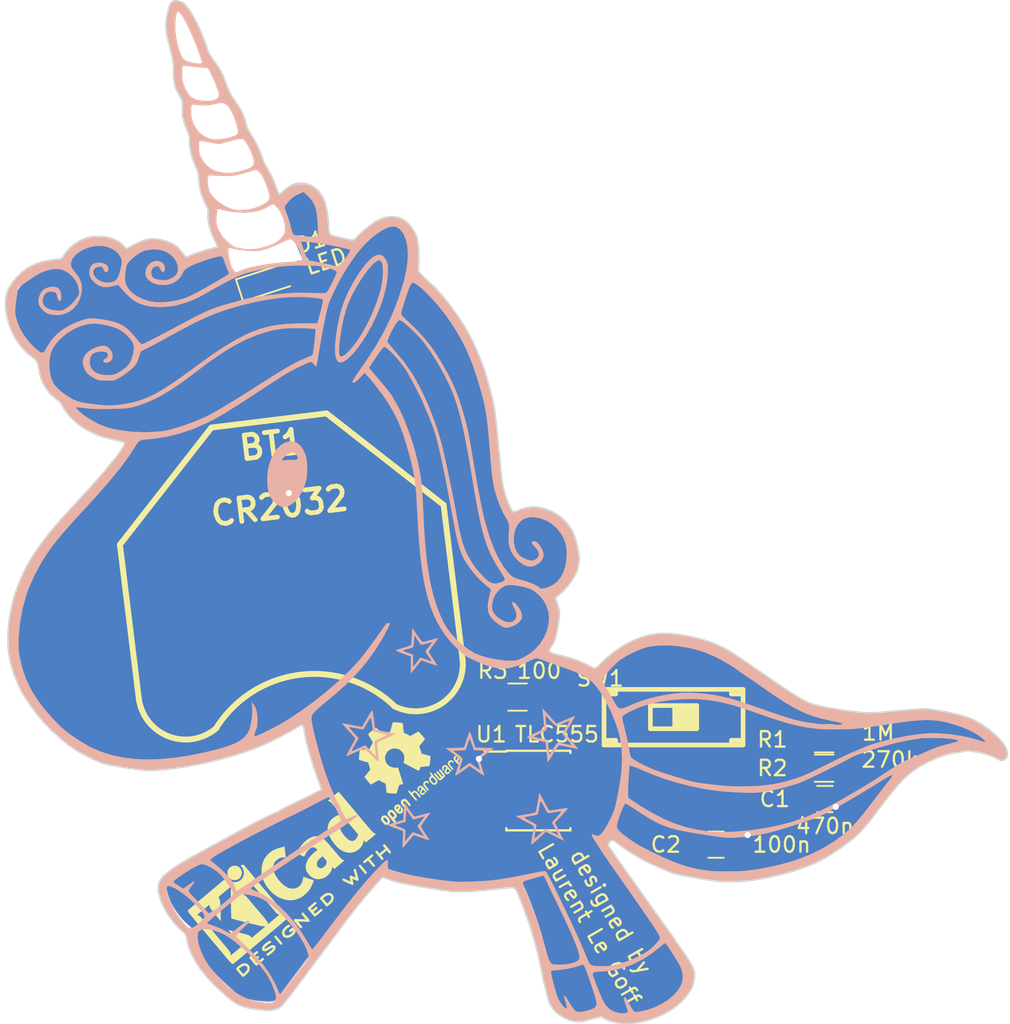
<source format=kicad_pcb>
(kicad_pcb (version 20171130) (host pcbnew "(5.1.2)-2")
  (layers (0 F.Cu signal hide) (31 B.Cu signal) (34 B.Paste user) (35 F.Paste user) (36 B.SilkS user) (37 F.SilkS user) (38 B.Mask user) (39 F.Mask user) (44 Edge.Cuts user))
  (net 0 "")
  (net 1 "Net-(BT1-Pad1)")
  (net 2 GND)
  (net 3 "Net-(C1-Pad1)")
  (net 4 "Net-(C2-Pad1)")
  (net 5 "Net-(D1-Pad2)")
  (net 6 "Net-(D1-Pad1)")
  (net 7 +3V3)
  (net 8 "Net-(R1-Pad2)")
  (net 9 "Net-(SW1-Pad3)")
  (net 10 "Net-(SW1-Pad6)")
  (module Symbols:KiCad-Logo2_6mm_SilkScreen (layer F.Cu) (at 87.5 132.5 40)
    (fp_text reference REF*** hide)
    (fp_text value KiCad-Logo2_6mm_SilkScreen hide)
  )
  (module Symbols:OSHW-Logo2_7.3x6mm_SilkScreen (layer F.Cu) (at 94.75 125 40)
    (fp_text reference REF*** hide)
    (fp_text value OSHW-Logo2_7.3x6mm_SilkScreen hide)
  )
  (module LOGO (layer F.Cu) (at 97.4 106.8)
    (fp_text reference G*** hide)
    (fp_text value LOGO hide)
  )
  (module LOGO (layer F.Cu) (at 97.4 106.8)
    (fp_text reference G*** hide)
    (fp_text value LOGO hide)
  )
  (module LOGO (layer F.Cu) (at 97.4 106.8)
    (fp_text reference G*** hide)
    (fp_text value LOGO hide)
  )
  (module _LaurentPerso:CR2032_smd (layer F.Cu) (at 87.6 113.3 7)
    (fp_text reference BT1 (at 0 -9 7 unlocked) (layer F.SilkS) (effects (font (size 1.524 1.524) (thickness 0.3048))))
    (fp_text value CR2032 (at 0 -5 7 unlocked) (layer F.SilkS) (effects (font (size 1.524 1.524) (thickness 0.3048))))
    (pad 1 smd rect (at -14.465 0 7) (size 5.08 5.08) (layers F.Cu F.Paste F.Mask) (net 1 "Net-(BT1-Pad1)"))
    (pad 1 smd rect (at 14.465 0 7) (size 5.08 5.08) (layers F.Cu F.Paste F.Mask) (net 1 "Net-(BT1-Pad1)"))
    (pad 2 smd circle (at 0 0 7) (size 6 6) (layers F.Cu F.Paste F.Mask) (net 2 GND))
  )
  (module Capacitors_SMD:C_0805_HandSoldering (layer F.Cu) (at 122.3 127.3)
    (fp_text reference C1 (at -3.25 0 unlocked) (layer F.SilkS))
    (fp_text value 470n (at 0 1.75 unlocked) (layer F.SilkS))
    (pad 2 smd rect (at 1.25 0) (size 1.5 1.25) (layers F.Cu F.Paste F.Mask) (net 2 GND))
    (pad 1 smd rect (at -1.25 0) (size 1.5 1.25) (layers F.Cu F.Paste F.Mask) (net 3 "Net-(C1-Pad1)"))
  )
  (module Capacitors_SMD:C_0805_HandSoldering (layer F.Cu) (at 115.25 130.25)
    (fp_text reference C2 (at -3.25 0 unlocked) (layer F.SilkS))
    (fp_text value 100n (at 4.25 0 unlocked) (layer F.SilkS))
    (pad 1 smd rect (at -1.25 0) (size 1.5 1.25) (layers F.Cu F.Paste F.Mask) (net 4 "Net-(C2-Pad1)"))
    (pad 2 smd rect (at 1.25 0) (size 1.5 1.25) (layers F.Cu F.Paste F.Mask) (net 2 GND))
  )
  (module LEDs:LED_0805_HandSoldering (layer F.Cu) (at 86.5 93.7 18)
    (fp_text reference D1 (at 3.134733 -1.557546 18 unlocked) (layer F.SilkS))
    (fp_text value LED (at 3.699518 -0.059708 18 unlocked) (layer F.SilkS))
    (pad 2 smd rect (at 1.35 0 18) (size 1.5 1.3) (layers F.Cu F.Paste F.Mask) (net 5 "Net-(D1-Pad2)"))
    (pad 1 smd rect (at -1.35 0 18) (size 1.5 1.3) (layers F.Cu F.Paste F.Mask) (net 6 "Net-(D1-Pad1)"))
  )
  (module Resistors_SMD:R_0805_HandSoldering (layer F.Cu) (at 122.25 123.4)
    (fp_text reference R1 (at -3.35 0.05 unlocked) (layer F.SilkS))
    (fp_text value 1M (at 3.5 -0.4 unlocked) (layer F.SilkS))
    (pad 1 smd rect (at -1.35 0) (size 1.5 1.3) (layers F.Cu F.Paste F.Mask) (net 7 +3V3))
    (pad 2 smd rect (at 1.35 0) (size 1.5 1.3) (layers F.Cu F.Paste F.Mask) (net 8 "Net-(R1-Pad2)"))
  )
  (module Resistors_SMD:R_0805_HandSoldering (layer F.Cu) (at 122.25 125.3)
    (fp_text reference R2 (at -3.35 0 unlocked) (layer F.SilkS))
    (fp_text value 270k (at 4.25 -0.55 unlocked) (layer F.SilkS))
    (pad 2 smd rect (at 1.35 0) (size 1.5 1.3) (layers F.Cu F.Paste F.Mask) (net 3 "Net-(C1-Pad1)"))
    (pad 1 smd rect (at -1.35 0) (size 1.5 1.3) (layers F.Cu F.Paste F.Mask) (net 8 "Net-(R1-Pad2)"))
  )
  (module Resistors_SMD:R_0805_HandSoldering (layer F.Cu) (at 102.4 120.7 180)
    (fp_text reference R3 (at 1.6 1.7 unlocked) (layer F.SilkS))
    (fp_text value 100 (at -1.4 1.7 unlocked) (layer F.SilkS))
    (pad 2 smd rect (at 1.35 0 180) (size 1.5 1.3) (layers F.Cu F.Paste F.Mask) (net 5 "Net-(D1-Pad2)"))
    (pad 1 smd rect (at -1.35 0 180) (size 1.5 1.3) (layers F.Cu F.Paste F.Mask) (net 7 +3V3))
  )
  (module _LaurentPerso:SW_DPDT_MSS22D18 (layer F.Cu) (at 112.5 122 180)
    (fp_text reference SW1 (at 4.75 2.5 unlocked) (layer F.SilkS))
    (fp_text value SW_DPDT_x2)
    (pad 1 smd rect (at -2.5 -2.75 180) (size 1.2 2.5) (layers F.Cu F.Paste F.Mask) (net 7 +3V3))
    (pad 2 smd rect (at 0 -2.75 180) (size 1.2 2.5) (layers F.Cu F.Paste F.Mask) (net 1 "Net-(BT1-Pad1)"))
    (pad 3 smd rect (at 2.5 -2.75 180) (size 1.2 2.5) (layers F.Cu F.Paste F.Mask) (net 9 "Net-(SW1-Pad3)"))
    (pad 4 smd rect (at -2.5 2.75 180) (size 1.2 2.5) (layers F.Cu F.Paste F.Mask) (net 7 +3V3))
    (pad 5 smd rect (at 0 2.75 180) (size 1.2 2.5) (layers F.Cu F.Paste F.Mask) (net 1 "Net-(BT1-Pad1)"))
    (pad 6 smd rect (at 2.5 2.75 180) (size 1.2 2.5) (layers F.Cu F.Paste F.Mask) (net 10 "Net-(SW1-Pad6)"))
  )
  (module Housings_SOIC:SOIC-8_3.9x4.9mm_Pitch1.27mm (layer F.Cu) (at 103.75 126.75)
    (fp_text reference U1 (at -3.05 -3.635 unlocked) (layer F.SilkS))
    (fp_text value TLC555 (at 1.2 -3.635 unlocked) (layer F.SilkS))
    (pad 8 smd rect (at 2.7 -1.905) (size 1.55 0.6) (layers F.Cu F.Paste F.Mask) (net 7 +3V3))
    (pad 7 smd rect (at 2.7 -0.635) (size 1.55 0.6) (layers F.Cu F.Paste F.Mask) (net 8 "Net-(R1-Pad2)"))
    (pad 6 smd rect (at 2.7 0.635) (size 1.55 0.6) (layers F.Cu F.Paste F.Mask) (net 3 "Net-(C1-Pad1)"))
    (pad 5 smd rect (at 2.7 1.905) (size 1.55 0.6) (layers F.Cu F.Paste F.Mask) (net 4 "Net-(C2-Pad1)"))
    (pad 4 smd rect (at -2.7 1.905) (size 1.55 0.6) (layers F.Cu F.Paste F.Mask) (net 7 +3V3))
    (pad 3 smd rect (at -2.7 0.635) (size 1.55 0.6) (layers F.Cu F.Paste F.Mask) (net 6 "Net-(D1-Pad1)"))
    (pad 2 smd rect (at -2.7 -0.635) (size 1.55 0.6) (layers F.Cu F.Paste F.Mask) (net 3 "Net-(C1-Pad1)"))
    (pad 1 smd rect (at -2.7 -1.905) (size 1.55 0.6) (layers F.Cu F.Paste F.Mask) (net 2 GND))
  )
  (gr_text "designed by\nLaurent Le Goff" (at 107.75 135 -60) (layer F.SilkS) (effects (font (size 1 1))))
  (gr_poly (pts (xy 75 102) (xy 75 97) (xy 95 97) (xy 95 102)) (layer F.Cu) (width 0.1))
  (gr_line (start 80.276108 75.634607) (end 80.17578 75.639707) (layer Edge.Cuts) (width 0.1))
  (gr_line (start 80.17578 75.639707) (end 80.08927 75.666257) (layer Edge.Cuts) (width 0.1))
  (gr_line (start 80.08927 75.666257) (end 80.01505 75.717017) (layer Edge.Cuts) (width 0.1))
  (gr_line (start 80.01505 75.717017) (end 79.95158 75.794767) (layer Edge.Cuts) (width 0.1))
  (gr_line (start 79.95158 75.794767) (end 79.89639 75.901911) (layer Edge.Cuts) (width 0.1))
  (gr_line (start 79.89639 75.901911) (end 79.84601 76.041283) (layer Edge.Cuts) (width 0.1))
  (gr_line (start 79.84601 76.041283) (end 79.74746 76.430387) (layer Edge.Cuts) (width 0.1))
  (gr_line (start 79.74746 76.430387) (end 79.69059 76.713229) (layer Edge.Cuts) (width 0.1))
  (gr_line (start 79.69059 76.713229) (end 79.65364 76.966812) (layer Edge.Cuts) (width 0.1))
  (gr_line (start 79.65364 76.966812) (end 79.63769 77.206146) (layer Edge.Cuts) (width 0.1))
  (gr_line (start 79.63769 77.206146) (end 79.64379 77.446244) (layer Edge.Cuts) (width 0.1))
  (gr_line (start 79.64379 77.446244) (end 79.67303 77.702115) (layer Edge.Cuts) (width 0.1))
  (gr_line (start 79.67303 77.702115) (end 79.72647 77.988772) (layer Edge.Cuts) (width 0.1))
  (gr_line (start 79.72647 77.988772) (end 79.91022 78.714486) (layer Edge.Cuts) (width 0.1))
  (gr_line (start 79.91022 78.714486) (end 80.025357 79.1634) (layer Edge.Cuts) (width 0.1))
  (gr_line (start 80.025357 79.1634) (end 80.097137 79.534529) (layer Edge.Cuts) (width 0.1))
  (gr_line (start 80.097137 79.534529) (end 80.132307 79.872746) (layer Edge.Cuts) (width 0.1))
  (gr_line (start 80.132307 79.872746) (end 80.137607 80.222921) (layer Edge.Cuts) (width 0.1))
  (gr_line (start 80.137607 80.222921) (end 80.151607 80.679401) (layer Edge.Cuts) (width 0.1))
  (gr_line (start 80.151607 80.679401) (end 80.177647 80.884104) (layer Edge.Cuts) (width 0.1))
  (gr_line (start 80.177647 80.884104) (end 80.217397 81.077119) (layer Edge.Cuts) (width 0.1))
  (gr_line (start 80.217397 81.077119) (end 80.271627 81.261448) (layer Edge.Cuts) (width 0.1))
  (gr_line (start 80.271627 81.261448) (end 80.341097 81.440092) (layer Edge.Cuts) (width 0.1))
  (gr_line (start 80.341097 81.440092) (end 80.528795 81.792334) (layer Edge.Cuts) (width 0.1))
  (gr_line (start 80.528795 81.792334) (end 80.645569 81.992402) (layer Edge.Cuts) (width 0.1))
  (gr_line (start 80.645569 81.992402) (end 80.707319 82.149395) (layer Edge.Cuts) (width 0.1))
  (gr_line (start 80.707319 82.149395) (end 80.726059 82.310533) (layer Edge.Cuts) (width 0.1))
  (gr_line (start 80.726059 82.310533) (end 80.713789 82.523039) (layer Edge.Cuts) (width 0.1))
  (gr_line (start 80.713789 82.523039) (end 80.701479 82.881147) (layer Edge.Cuts) (width 0.1))
  (gr_line (start 80.701479 82.881147) (end 80.740349 83.216623) (layer Edge.Cuts) (width 0.1))
  (gr_line (start 80.740349 83.216623) (end 80.837129 83.5642) (layer Edge.Cuts) (width 0.1))
  (gr_line (start 80.837129 83.5642) (end 80.998532 83.95861) (layer Edge.Cuts) (width 0.1))
  (gr_line (start 80.998532 83.95861) (end 81.092432 84.18726) (layer Edge.Cuts) (width 0.1))
  (gr_line (start 81.092432 84.18726) (end 81.154092 84.389266) (layer Edge.Cuts) (width 0.1))
  (gr_line (start 81.154092 84.389266) (end 81.183192 84.561204) (layer Edge.Cuts) (width 0.1))
  (gr_line (start 81.183192 84.561204) (end 81.179392 84.69965) (layer Edge.Cuts) (width 0.1))
  (gr_line (start 81.179392 84.69965) (end 81.168322 84.841487) (layer Edge.Cuts) (width 0.1))
  (gr_line (start 81.168322 84.841487) (end 81.176322 85.012197) (layer Edge.Cuts) (width 0.1))
  (gr_line (start 81.176322 85.012197) (end 81.242962 85.414852) (layer Edge.Cuts) (width 0.1))
  (gr_line (start 81.242962 85.414852) (end 81.366494 85.855943) (layer Edge.Cuts) (width 0.1))
  (gr_line (start 81.366494 85.855943) (end 81.534933 86.282499) (layer Edge.Cuts) (width 0.1))
  (gr_line (start 81.534933 86.282499) (end 81.64938 86.543784) (layer Edge.Cuts) (width 0.1))
  (gr_line (start 81.64938 86.543784) (end 81.71929 86.755433) (layer Edge.Cuts) (width 0.1))
  (gr_line (start 81.71929 86.755433) (end 81.75761 86.968326) (layer Edge.Cuts) (width 0.1))
  (gr_line (start 81.75761 86.968326) (end 81.7773 87.233345) (layer Edge.Cuts) (width 0.1))
  (gr_line (start 81.7773 87.233345) (end 81.82041 87.655161) (layer Edge.Cuts) (width 0.1))
  (gr_line (start 81.82041 87.655161) (end 81.90824 88.058303) (layer Edge.Cuts) (width 0.1))
  (gr_line (start 81.90824 88.058303) (end 82.040154 88.440545) (layer Edge.Cuts) (width 0.1))
  (gr_line (start 82.040154 88.440545) (end 82.215518 88.799658) (layer Edge.Cuts) (width 0.1))
  (gr_line (start 82.215518 88.799658) (end 82.309988 88.975795) (layer Edge.Cuts) (width 0.1))
  (gr_line (start 82.309988 88.975795) (end 82.360168 89.110242) (layer Edge.Cuts) (width 0.1))
  (gr_line (start 82.360168 89.110242) (end 82.377168 89.247528) (layer Edge.Cuts) (width 0.1))
  (gr_line (start 82.377168 89.247528) (end 82.372068 89.432179) (layer Edge.Cuts) (width 0.1))
  (gr_line (start 82.372068 89.432179) (end 82.369268 89.63225) (layer Edge.Cuts) (width 0.1))
  (gr_line (start 82.369268 89.63225) (end 82.382718 89.837163) (layer Edge.Cuts) (width 0.1))
  (gr_line (start 82.382718 89.837163) (end 82.412308 90.04647) (layer Edge.Cuts) (width 0.1))
  (gr_line (start 82.412308 90.04647) (end 82.457908 90.25972) (layer Edge.Cuts) (width 0.1))
  (gr_line (start 82.457908 90.25972) (end 82.596631 90.696257) (layer Edge.Cuts) (width 0.1))
  (gr_line (start 82.596631 90.696257) (end 82.797899 91.143183) (layer Edge.Cuts) (width 0.1))
  (gr_line (start 82.797899 91.143183) (end 82.931741 91.412418) (layer Edge.Cuts) (width 0.1))
  (gr_line (start 82.931741 91.412418) (end 82.974631 91.505438) (layer Edge.Cuts) (width 0.1))
  (gr_line (start 82.974631 91.505438) (end 82.992201 91.549878) (layer Edge.Cuts) (width 0.1))
  (gr_line (start 82.992201 91.549878) (end 82.985001 91.559178) (layer Edge.Cuts) (width 0.1))
  (gr_line (start 82.985001 91.559178) (end 82.937461 91.583978) (layer Edge.Cuts) (width 0.1))
  (gr_line (start 82.937461 91.583978) (end 82.70957 91.645988) (layer Edge.Cuts) (width 0.1))
  (gr_line (start 82.70957 91.645988) (end 82.30048 91.750731) (layer Edge.Cuts) (width 0.1))
  (gr_line (start 82.30048 91.750731) (end 81.834954 91.892222) (layer Edge.Cuts) (width 0.1))
  (gr_line (start 81.834954 91.892222) (end 81.406115 92.040432) (layer Edge.Cuts) (width 0.1))
  (gr_line (start 81.406115 92.040432) (end 81.107084 92.165336) (layer Edge.Cuts) (width 0.1))
  (gr_line (start 81.107084 92.165336) (end 80.936033 92.252156) (layer Edge.Cuts) (width 0.1))
  (gr_line (start 80.936033 92.252156) (end 80.69884 91.931245) (layer Edge.Cuts) (width 0.1))
  (gr_line (start 80.69884 91.931245) (end 80.477142 91.661399) (layer Edge.Cuts) (width 0.1))
  (gr_line (start 80.477142 91.661399) (end 80.289561 91.484761) (layer Edge.Cuts) (width 0.1))
  (gr_line (start 80.289561 91.484761) (end 80.131139 91.389871) (layer Edge.Cuts) (width 0.1))
  (gr_line (start 80.131139 91.389871) (end 79.9432 91.301861) (layer Edge.Cuts) (width 0.1))
  (gr_line (start 79.9432 91.301861) (end 79.734418 91.223071) (layer Edge.Cuts) (width 0.1))
  (gr_line (start 79.734418 91.223071) (end 79.513465 91.155851) (layer Edge.Cuts) (width 0.1))
  (gr_line (start 79.513465 91.155851) (end 79.289013 91.102551) (layer Edge.Cuts) (width 0.1))
  (gr_line (start 79.289013 91.102551) (end 79.069736 91.065521) (layer Edge.Cuts) (width 0.1))
  (gr_line (start 79.069736 91.065521) (end 78.864304 91.047111) (layer Edge.Cuts) (width 0.1))
  (gr_line (start 78.864304 91.047111) (end 78.681392 91.049711) (layer Edge.Cuts) (width 0.1))
  (gr_line (start 78.681392 91.049711) (end 78.414346 91.090491) (layer Edge.Cuts) (width 0.1))
  (gr_line (start 78.414346 91.090491) (end 78.134322 91.171551) (layer Edge.Cuts) (width 0.1))
  (gr_line (start 78.134322 91.171551) (end 77.833148 91.295693) (layer Edge.Cuts) (width 0.1))
  (gr_line (start 77.833148 91.295693) (end 77.502652 91.465706) (layer Edge.Cuts) (width 0.1))
  (gr_line (start 77.502652 91.465706) (end 77.080972 91.700834) (layer Edge.Cuts) (width 0.1))
  (gr_line (start 77.080972 91.700834) (end 76.960566 91.551489) (layer Edge.Cuts) (width 0.1))
  (gr_line (start 76.960566 91.551489) (end 76.817268 91.399637) (layer Edge.Cuts) (width 0.1))
  (gr_line (start 76.817268 91.399637) (end 76.648315 91.266237) (layer Edge.Cuts) (width 0.1))
  (gr_line (start 76.648315 91.266237) (end 76.45551 91.151909) (layer Edge.Cuts) (width 0.1))
  (gr_line (start 76.45551 91.151909) (end 76.240659 91.057269) (layer Edge.Cuts) (width 0.1))
  (gr_line (start 76.240659 91.057269) (end 76.005563 90.982939) (layer Edge.Cuts) (width 0.1))
  (gr_line (start 76.005563 90.982939) (end 75.752027 90.929529) (layer Edge.Cuts) (width 0.1))
  (gr_line (start 75.752027 90.929529) (end 75.481854 90.897669) (layer Edge.Cuts) (width 0.1))
  (gr_line (start 75.481854 90.897669) (end 75.196848 90.887969) (layer Edge.Cuts) (width 0.1))
  (gr_line (start 75.196848 90.887969) (end 74.883482 90.906689) (layer Edge.Cuts) (width 0.1))
  (gr_line (start 74.883482 90.906689) (end 74.591708 90.961199) (layer Edge.Cuts) (width 0.1))
  (gr_line (start 74.591708 90.961199) (end 74.310532 91.054409) (layer Edge.Cuts) (width 0.1))
  (gr_line (start 74.310532 91.054409) (end 74.028961 91.189243) (layer Edge.Cuts) (width 0.1))
  (gr_line (start 74.028961 91.189243) (end 73.698675 91.398274) (layer Edge.Cuts) (width 0.1))
  (gr_line (start 73.698675 91.398274) (end 73.413656 91.636983) (layer Edge.Cuts) (width 0.1))
  (gr_line (start 73.413656 91.636983) (end 73.177907 91.901548) (layer Edge.Cuts) (width 0.1))
  (gr_line (start 73.177907 91.901548) (end 72.995433 92.188148) (layer Edge.Cuts) (width 0.1))
  (gr_line (start 72.995433 92.188148) (end 72.926783 92.282278) (layer Edge.Cuts) (width 0.1))
  (gr_line (start 72.926783 92.282278) (end 72.854873 92.340598) (layer Edge.Cuts) (width 0.1))
  (gr_line (start 72.854873 92.340598) (end 72.792343 92.356618) (layer Edge.Cuts) (width 0.1))
  (gr_line (start 72.792343 92.356618) (end 72.673489 92.376258) (layer Edge.Cuts) (width 0.1))
  (gr_line (start 72.673489 92.376258) (end 72.345342 92.412948) (layer Edge.Cuts) (width 0.1))
  (gr_line (start 72.345342 92.412948) (end 72.018331 92.452308) (layer Edge.Cuts) (width 0.1))
  (gr_line (start 72.018331 92.452308) (end 71.709656 92.512408) (layer Edge.Cuts) (width 0.1))
  (gr_line (start 71.709656 92.512408) (end 71.418024 92.593798) (layer Edge.Cuts) (width 0.1))
  (gr_line (start 71.418024 92.593798) (end 71.142143 92.697031) (layer Edge.Cuts) (width 0.1))
  (gr_line (start 71.142143 92.697031) (end 70.88072 92.822664) (layer Edge.Cuts) (width 0.1))
  (gr_line (start 70.88072 92.822664) (end 70.632464 92.971251) (layer Edge.Cuts) (width 0.1))
  (gr_line (start 70.632464 92.971251) (end 70.396082 93.143347) (layer Edge.Cuts) (width 0.1))
  (gr_line (start 70.396082 93.143347) (end 70.170282 93.339507) (layer Edge.Cuts) (width 0.1))
  (gr_line (start 70.170282 93.339507) (end 69.921177 93.603721) (layer Edge.Cuts) (width 0.1))
  (gr_line (start 69.921177 93.603721) (end 69.68508 93.905731) (layer Edge.Cuts) (width 0.1))
  (gr_line (start 69.68508 93.905731) (end 69.490949 94.205491) (layer Edge.Cuts) (width 0.1))
  (gr_line (start 69.490949 94.205491) (end 69.367745 94.462955) (layer Edge.Cuts) (width 0.1))
  (gr_line (start 69.367745 94.462955) (end 69.316495 94.650055) (layer Edge.Cuts) (width 0.1))
  (gr_line (start 69.316495 94.650055) (end 69.282415 94.865082) (layer Edge.Cuts) (width 0.1))
  (gr_line (start 69.282415 94.865082) (end 69.265275 95.101883) (layer Edge.Cuts) (width 0.1))
  (gr_line (start 69.265275 95.101883) (end 69.264847 95.354307) (layer Edge.Cuts) (width 0.1))
  (gr_line (start 69.264847 95.354307) (end 69.280897 95.616202) (layer Edge.Cuts) (width 0.1))
  (gr_line (start 69.280897 95.616202) (end 69.313197 95.881418) (layer Edge.Cuts) (width 0.1))
  (gr_line (start 69.313197 95.881418) (end 69.361517 96.143801) (layer Edge.Cuts) (width 0.1))
  (gr_line (start 69.361517 96.143801) (end 69.425627 96.397202) (layer Edge.Cuts) (width 0.1))
  (gr_line (start 69.425627 96.397202) (end 69.539631 96.738567) (layer Edge.Cuts) (width 0.1))
  (gr_line (start 69.539631 96.738567) (end 69.678835 97.069077) (layer Edge.Cuts) (width 0.1))
  (gr_line (start 69.678835 97.069077) (end 69.841289 97.385793) (layer Edge.Cuts) (width 0.1))
  (gr_line (start 69.841289 97.385793) (end 70.025043 97.685775) (layer Edge.Cuts) (width 0.1))
  (gr_line (start 70.025043 97.685775) (end 70.228148 97.966085) (layer Edge.Cuts) (width 0.1))
  (gr_line (start 70.228148 97.966085) (end 70.448653 98.223785) (layer Edge.Cuts) (width 0.1))
  (gr_line (start 70.448653 98.223785) (end 70.684608 98.455935) (layer Edge.Cuts) (width 0.1))
  (gr_line (start 70.684608 98.455935) (end 70.934064 98.659598) (layer Edge.Cuts) (width 0.1))
  (gr_line (start 70.934064 98.659598) (end 71.161478 98.838105) (layer Edge.Cuts) (width 0.1))
  (gr_line (start 71.161478 98.838105) (end 71.292696 98.983091) (layer Edge.Cuts) (width 0.1))
  (gr_line (start 71.292696 98.983091) (end 71.362246 99.145229) (layer Edge.Cuts) (width 0.1))
  (gr_line (start 71.362246 99.145229) (end 71.403806 99.3779) (layer Edge.Cuts) (width 0.1))
  (gr_line (start 71.403806 99.3779) (end 71.476256 99.785039) (layer Edge.Cuts) (width 0.1))
  (gr_line (start 71.476256 99.785039) (end 71.580849 100.136688) (layer Edge.Cuts) (width 0.1))
  (gr_line (start 71.580849 100.136688) (end 71.726369 100.456468) (layer Edge.Cuts) (width 0.1))
  (gr_line (start 71.726369 100.456468) (end 71.9216 100.767997) (layer Edge.Cuts) (width 0.1))
  (gr_line (start 71.9216 100.767997) (end 72.066935 100.964992) (layer Edge.Cuts) (width 0.1))
  (gr_line (start 72.066935 100.964992) (end 72.195188 101.113871) (layer Edge.Cuts) (width 0.1))
  (gr_line (start 72.195188 101.113871) (end 72.33483 101.244326) (layer Edge.Cuts) (width 0.1))
  (gr_line (start 72.33483 101.244326) (end 72.514328 101.386045) (layer Edge.Cuts) (width 0.1))
  (gr_line (start 72.514328 101.386045) (end 72.693697 101.525368) (layer Edge.Cuts) (width 0.1))
  (gr_line (start 72.693697 101.525368) (end 72.804234 101.627374) (layer Edge.Cuts) (width 0.1))
  (gr_line (start 72.804234 101.627374) (end 72.874914 101.723034) (layer Edge.Cuts) (width 0.1))
  (gr_line (start 72.874914 101.723034) (end 72.934984 101.844931) (layer Edge.Cuts) (width 0.1))
  (gr_line (start 72.934984 101.844931) (end 73.036192 102.030682) (layer Edge.Cuts) (width 0.1))
  (gr_line (start 73.036192 102.030682) (end 73.18242 102.245253) (layer Edge.Cuts) (width 0.1))
  (gr_line (start 73.18242 102.245253) (end 73.35027 102.457066) (layer Edge.Cuts) (width 0.1))
  (gr_line (start 73.35027 102.457066) (end 73.516342 102.634545) (layer Edge.Cuts) (width 0.1))
  (gr_line (start 73.516342 102.634545) (end 73.863973 102.955232) (layer Edge.Cuts) (width 0.1))
  (gr_line (start 73.863973 102.955232) (end 74.144883 103.179147) (layer Edge.Cuts) (width 0.1))
  (gr_line (start 74.144883 103.179147) (end 74.439926 103.363822) (layer Edge.Cuts) (width 0.1))
  (gr_line (start 74.439926 103.363822) (end 74.829958 103.566789) (layer Edge.Cuts) (width 0.1))
  (gr_line (start 74.829958 103.566789) (end 75.144332 103.713097) (layer Edge.Cuts) (width 0.1))
  (gr_line (start 75.144332 103.713097) (end 75.451265 103.827852) (layer Edge.Cuts) (width 0.1))
  (gr_line (start 75.451265 103.827852) (end 75.814447 103.931706) (layer Edge.Cuts) (width 0.1))
  (gr_line (start 75.814447 103.931706) (end 76.297568 104.045314) (layer Edge.Cuts) (width 0.1))
  (gr_line (start 76.297568 104.045314) (end 76.7363 104.149182) (layer Edge.Cuts) (width 0.1))
  (gr_line (start 76.7363 104.149182) (end 76.882546 104.188452) (layer Edge.Cuts) (width 0.1))
  (gr_line (start 76.882546 104.188452) (end 76.926986 104.202402) (layer Edge.Cuts) (width 0.1))
  (gr_line (start 76.926986 104.202402) (end 76.947136 104.210202) (layer Edge.Cuts) (width 0.1))
  (gr_line (start 76.947136 104.210202) (end 76.979176 104.248962) (layer Edge.Cuts) (width 0.1))
  (gr_line (start 76.979176 104.248962) (end 76.972976 104.319242) (layer Edge.Cuts) (width 0.1))
  (gr_line (start 76.972976 104.319242) (end 76.918786 104.438601) (layer Edge.Cuts) (width 0.1))
  (gr_line (start 76.918786 104.438601) (end 76.810715 104.615347) (layer Edge.Cuts) (width 0.1))
  (gr_line (start 76.810715 104.615347) (end 76.607148 104.91041) (layer Edge.Cuts) (width 0.1))
  (gr_line (start 76.607148 104.91041) (end 76.354633 105.24736) (layer Edge.Cuts) (width 0.1))
  (gr_line (start 76.354633 105.24736) (end 75.700084 106.050008) (layer Edge.Cuts) (width 0.1))
  (gr_line (start 75.700084 106.050008) (end 74.841724 107.029457) (layer Edge.Cuts) (width 0.1))
  (gr_line (start 74.841724 107.029457) (end 73.774208 108.191874) (layer Edge.Cuts) (width 0.1))
  (gr_line (start 73.774208 108.191874) (end 72.840202 109.210364) (layer Edge.Cuts) (width 0.1))
  (gr_line (start 72.840202 109.210364) (end 72.134625 110.031813) (layer Edge.Cuts) (width 0.1))
  (gr_line (start 72.134625 110.031813) (end 71.569038 110.764379) (layer Edge.Cuts) (width 0.1))
  (gr_line (start 71.569038 110.764379) (end 71.054996 111.516218) (layer Edge.Cuts) (width 0.1))
  (gr_line (start 71.054996 111.516218) (end 70.827981 111.88399) (layer Edge.Cuts) (width 0.1))
  (gr_line (start 70.827981 111.88399) (end 70.616365 112.263583) (layer Edge.Cuts) (width 0.1))
  (gr_line (start 70.616365 112.263583) (end 70.420524 112.65347) (layer Edge.Cuts) (width 0.1))
  (gr_line (start 70.420524 112.65347) (end 70.240833 113.052126) (layer Edge.Cuts) (width 0.1))
  (gr_line (start 70.240833 113.052126) (end 70.077667 113.458023) (layer Edge.Cuts) (width 0.1))
  (gr_line (start 70.077667 113.458023) (end 69.931403 113.869637) (layer Edge.Cuts) (width 0.1))
  (gr_line (start 69.931403 113.869637) (end 69.802415 114.28544) (layer Edge.Cuts) (width 0.1))
  (gr_line (start 69.802415 114.28544) (end 69.691079 114.703907) (layer Edge.Cuts) (width 0.1))
  (gr_line (start 69.691079 114.703907) (end 69.597769 115.123512) (layer Edge.Cuts) (width 0.1))
  (gr_line (start 69.597769 115.123512) (end 69.522859 115.542728) (layer Edge.Cuts) (width 0.1))
  (gr_line (start 69.522859 115.542728) (end 69.466729 115.960029) (layer Edge.Cuts) (width 0.1))
  (gr_line (start 69.466729 115.960029) (end 69.429759 116.37389) (layer Edge.Cuts) (width 0.1))
  (gr_line (start 69.429759 116.37389) (end 69.412319 116.782784) (layer Edge.Cuts) (width 0.1))
  (gr_line (start 69.412319 116.782784) (end 69.414819 117.185186) (layer Edge.Cuts) (width 0.1))
  (gr_line (start 69.414819 117.185186) (end 69.437559 117.579568) (layer Edge.Cuts) (width 0.1))
  (gr_line (start 69.437559 117.579568) (end 69.480959 117.964405) (layer Edge.Cuts) (width 0.1))
  (gr_line (start 69.480959 117.964405) (end 69.532479 118.259926) (layer Edge.Cuts) (width 0.1))
  (gr_line (start 69.532479 118.259926) (end 69.604639 118.569938) (layer Edge.Cuts) (width 0.1))
  (gr_line (start 69.604639 118.569938) (end 69.695969 118.890324) (layer Edge.Cuts) (width 0.1))
  (gr_line (start 69.695969 118.890324) (end 69.804986 119.216968) (layer Edge.Cuts) (width 0.1))
  (gr_line (start 69.804986 119.216968) (end 70.070178 119.872561) (layer Edge.Cuts) (width 0.1))
  (gr_line (start 70.070178 119.872561) (end 70.223399 120.193277) (layer Edge.Cuts) (width 0.1))
  (gr_line (start 70.223399 120.193277) (end 70.3884 120.503783) (layer Edge.Cuts) (width 0.1))
  (gr_line (start 70.3884 120.503783) (end 70.650778 120.923071) (layer Edge.Cuts) (width 0.1))
  (gr_line (start 70.650778 120.923071) (end 71.003656 121.424899) (layer Edge.Cuts) (width 0.1))
  (gr_line (start 71.003656 121.424899) (end 71.38028 121.918338) (layer Edge.Cuts) (width 0.1))
  (gr_line (start 71.38028 121.918338) (end 71.713899 122.312459) (layer Edge.Cuts) (width 0.1))
  (gr_line (start 71.713899 122.312459) (end 72.26489 122.877816) (layer Edge.Cuts) (width 0.1))
  (gr_line (start 72.26489 122.877816) (end 72.816694 123.382942) (layer Edge.Cuts) (width 0.1))
  (gr_line (start 72.816694 123.382942) (end 73.35234 123.813134) (layer Edge.Cuts) (width 0.1))
  (gr_line (start 73.35234 123.813134) (end 73.854854 124.153691) (layer Edge.Cuts) (width 0.1))
  (gr_line (start 73.854854 124.153691) (end 74.257391 124.38057) (layer Edge.Cuts) (width 0.1))
  (gr_line (start 74.257391 124.38057) (end 74.728048 124.621694) (layer Edge.Cuts) (width 0.1))
  (gr_line (start 74.728048 124.621694) (end 75.177199 124.832938) (layer Edge.Cuts) (width 0.1))
  (gr_line (start 75.177199 124.832938) (end 75.515218 124.970177) (layer Edge.Cuts) (width 0.1))
  (gr_line (start 75.515218 124.970177) (end 76.033899 125.092796) (layer Edge.Cuts) (width 0.1))
  (gr_line (start 76.033899 125.092796) (end 76.852605 125.243028) (layer Edge.Cuts) (width 0.1))
  (gr_line (start 76.852605 125.243028) (end 77.690252 125.373883) (layer Edge.Cuts) (width 0.1))
  (gr_line (start 77.690252 125.373883) (end 78.263887 125.436813) (layer Edge.Cuts) (width 0.1))
  (gr_line (start 78.263887 125.436813) (end 78.652233 125.440413) (layer Edge.Cuts) (width 0.1))
  (gr_line (start 78.652233 125.440413) (end 79.075815 125.424723) (layer Edge.Cuts) (width 0.1))
  (gr_line (start 79.075815 125.424723) (end 79.529884 125.390733) (layer Edge.Cuts) (width 0.1))
  (gr_line (start 79.529884 125.390733) (end 80.00969 125.339473) (layer Edge.Cuts) (width 0.1))
  (gr_line (start 80.00969 125.339473) (end 81.027522 125.189282) (layer Edge.Cuts) (width 0.1))
  (gr_line (start 81.027522 125.189282) (end 82.09132 124.982387) (layer Edge.Cuts) (width 0.1))
  (gr_line (start 82.09132 124.982387) (end 83.163093 124.72703) (layer Edge.Cuts) (width 0.1))
  (gr_line (start 83.163093 124.72703) (end 84.204851 124.431457) (layer Edge.Cuts) (width 0.1))
  (gr_line (start 84.204851 124.431457) (end 85.178603 124.10391) (layer Edge.Cuts) (width 0.1))
  (gr_line (start 85.178603 124.10391) (end 85.628104 123.930723) (layer Edge.Cuts) (width 0.1))
  (gr_line (start 85.628104 123.930723) (end 86.046357 123.752633) (layer Edge.Cuts) (width 0.1))
  (gr_line (start 86.046357 123.752633) (end 86.556425 123.511646) (layer Edge.Cuts) (width 0.1))
  (gr_line (start 86.556425 123.511646) (end 87.108155 123.231517) (layer Edge.Cuts) (width 0.1))
  (gr_line (start 87.108155 123.231517) (end 87.63632 122.946328) (layer Edge.Cuts) (width 0.1))
  (gr_line (start 87.63632 122.946328) (end 88.075692 122.690164) (layer Edge.Cuts) (width 0.1))
  (gr_line (start 88.075692 122.690164) (end 88.323739 122.551155) (layer Edge.Cuts) (width 0.1))
  (gr_line (start 88.323739 122.551155) (end 88.412619 122.511885) (layer Edge.Cuts) (width 0.1))
  (gr_line (start 88.412619 122.511885) (end 88.441559 122.502585) (layer Edge.Cuts) (width 0.1))
  (gr_line (start 88.441559 122.502585) (end 88.453449 122.500485) (layer Edge.Cuts) (width 0.1))
  (gr_line (start 88.453449 122.500485) (end 88.500469 122.527355) (layer Edge.Cuts) (width 0.1))
  (gr_line (start 88.500469 122.527355) (end 88.541809 122.601255) (layer Edge.Cuts) (width 0.1))
  (gr_line (start 88.541809 122.601255) (end 88.576569 122.735519) (layer Edge.Cuts) (width 0.1))
  (gr_line (start 88.576569 122.735519) (end 88.606409 122.937151) (layer Edge.Cuts) (width 0.1))
  (gr_line (start 88.606409 122.937151) (end 88.648019 123.192267) (layer Edge.Cuts) (width 0.1))
  (gr_line (start 88.648019 123.192267) (end 88.718499 123.520069) (layer Edge.Cuts) (width 0.1))
  (gr_line (start 88.718499 123.520069) (end 88.923146 124.311979) (layer Edge.Cuts) (width 0.1))
  (gr_line (start 88.923146 124.311979) (end 89.174451 125.149376) (layer Edge.Cuts) (width 0.1))
  (gr_line (start 89.174451 125.149376) (end 89.426514 125.868756) (layer Edge.Cuts) (width 0.1))
  (gr_line (start 89.426514 125.868756) (end 89.635805 126.429445) (layer Edge.Cuts) (width 0.1))
  (gr_line (start 89.635805 126.429445) (end 89.694715 126.609795) (layer Edge.Cuts) (width 0.1))
  (gr_line (start 89.694715 126.609795) (end 89.709185 126.664575) (layer Edge.Cuts) (width 0.1))
  (gr_line (start 89.709185 126.664575) (end 89.712285 126.682665) (layer Edge.Cuts) (width 0.1))
  (gr_line (start 89.712285 126.682665) (end 89.705585 126.687865) (layer Edge.Cuts) (width 0.1))
  (gr_line (start 89.705585 126.687865) (end 89.666315 126.711635) (layer Edge.Cuts) (width 0.1))
  (gr_line (start 89.666315 126.711635) (end 89.520072 126.792255) (layer Edge.Cuts) (width 0.1))
  (gr_line (start 89.520072 126.792255) (end 89.029145 127.043919) (layer Edge.Cuts) (width 0.1))
  (gr_line (start 89.029145 127.043919) (end 87.808548 127.632514) (layer Edge.Cuts) (width 0.1))
  (gr_line (start 87.808548 127.632514) (end 87.262845 127.896581) (layer Edge.Cuts) (width 0.1))
  (gr_line (start 87.262845 127.896581) (end 87.071125 127.999933) (layer Edge.Cuts) (width 0.1))
  (gr_line (start 87.071125 127.999933) (end 86.967774 128.067113) (layer Edge.Cuts) (width 0.1))
  (gr_line (start 86.967774 128.067113) (end 86.880954 128.133773) (layer Edge.Cuts) (width 0.1))
  (gr_line (start 86.880954 128.133773) (end 86.847364 128.151343) (layer Edge.Cuts) (width 0.1))
  (gr_line (start 86.847364 128.151343) (end 86.833414 128.156043) (layer Edge.Cuts) (width 0.1))
  (gr_line (start 86.833414 128.156043) (end 86.819974 128.156559) (layer Edge.Cuts) (width 0.1))
  (gr_line (start 86.819974 128.156559) (end 86.806024 128.160159) (layer Edge.Cuts) (width 0.1))
  (gr_line (start 86.806024 128.160159) (end 86.765714 128.174109) (layer Edge.Cuts) (width 0.1))
  (gr_line (start 86.765714 128.174109) (end 86.636523 128.228369) (layer Edge.Cuts) (width 0.1))
  (gr_line (start 86.636523 128.228369) (end 86.226728 128.418019) (layer Edge.Cuts) (width 0.1))
  (gr_line (start 86.226728 128.418019) (end 85.207154 128.928583) (layer Edge.Cuts) (width 0.1))
  (gr_line (start 85.207154 128.928583) (end 83.21141 130.012237) (layer Edge.Cuts) (width 0.1))
  (gr_line (start 83.21141 130.012237) (end 81.18001 131.122249) (layer Edge.Cuts) (width 0.1))
  (gr_line (start 81.18001 131.122249) (end 80.690855 131.407467) (layer Edge.Cuts) (width 0.1))
  (gr_line (start 80.690855 131.407467) (end 80.198158 131.72583) (layer Edge.Cuts) (width 0.1))
  (gr_line (start 80.198158 131.72583) (end 79.779655 132.02456) (layer Edge.Cuts) (width 0.1))
  (gr_line (start 79.779655 132.02456) (end 79.511376 132.252927) (layer Edge.Cuts) (width 0.1))
  (gr_line (start 79.511376 132.252927) (end 79.351577 132.437889) (layer Edge.Cuts) (width 0.1))
  (gr_line (start 79.351577 132.437889) (end 79.243396 132.609011) (layer Edge.Cuts) (width 0.1))
  (gr_line (start 79.243396 132.609011) (end 79.177096 132.786059) (layer Edge.Cuts) (width 0.1))
  (gr_line (start 79.177096 132.786059) (end 79.142926 132.9888) (layer Edge.Cuts) (width 0.1))
  (gr_line (start 79.142926 132.9888) (end 79.135026 133.135319) (layer Edge.Cuts) (width 0.1))
  (gr_line (start 79.135026 133.135319) (end 79.146386 133.272264) (layer Edge.Cuts) (width 0.1))
  (gr_line (start 79.146386 133.272264) (end 79.249399 133.661627) (layer Edge.Cuts) (width 0.1))
  (gr_line (start 79.249399 133.661627) (end 79.368234 134.003902) (layer Edge.Cuts) (width 0.1))
  (gr_line (start 79.368234 134.003902) (end 79.504 134.310742) (layer Edge.Cuts) (width 0.1))
  (gr_line (start 79.504 134.310742) (end 79.671242 134.611223) (layer Edge.Cuts) (width 0.1))
  (gr_line (start 79.671242 134.611223) (end 79.884502 134.934418) (layer Edge.Cuts) (width 0.1))
  (gr_line (start 79.884502 134.934418) (end 80.081104 135.200774) (layer Edge.Cuts) (width 0.1))
  (gr_line (start 80.081104 135.200774) (end 80.275957 135.434955) (layer Edge.Cuts) (width 0.1))
  (gr_line (start 80.275957 135.434955) (end 80.473907 135.642369) (layer Edge.Cuts) (width 0.1))
  (gr_line (start 80.473907 135.642369) (end 80.679802 135.828422) (layer Edge.Cuts) (width 0.1))
  (gr_line (start 80.679802 135.828422) (end 80.821585 135.958422) (layer Edge.Cuts) (width 0.1))
  (gr_line (start 80.821585 135.958422) (end 80.912745 136.078341) (layer Edge.Cuts) (width 0.1))
  (gr_line (start 80.912745 136.078341) (end 80.969345 136.216444) (layer Edge.Cuts) (width 0.1))
  (gr_line (start 80.969345 136.216444) (end 81.007425 136.400996) (layer Edge.Cuts) (width 0.1))
  (gr_line (start 81.007425 136.400996) (end 81.053965 136.628675) (layer Edge.Cuts) (width 0.1))
  (gr_line (start 81.053965 136.628675) (end 81.123035 136.867983) (layer Edge.Cuts) (width 0.1))
  (gr_line (start 81.123035 136.867983) (end 81.213025 137.115471) (layer Edge.Cuts) (width 0.1))
  (gr_line (start 81.213025 137.115471) (end 81.322312 137.367688) (layer Edge.Cuts) (width 0.1))
  (gr_line (start 81.322312 137.367688) (end 81.449275 137.621188) (layer Edge.Cuts) (width 0.1))
  (gr_line (start 81.449275 137.621188) (end 81.592295 137.872519) (layer Edge.Cuts) (width 0.1))
  (gr_line (start 81.592295 137.872519) (end 81.749752 138.118233) (layer Edge.Cuts) (width 0.1))
  (gr_line (start 81.749752 138.118233) (end 81.920026 138.35488) (layer Edge.Cuts) (width 0.1))
  (gr_line (start 81.920026 138.35488) (end 82.193256 138.702824) (layer Edge.Cuts) (width 0.1))
  (gr_line (start 82.193256 138.702824) (end 82.446538 138.993514) (layer Edge.Cuts) (width 0.1))
  (gr_line (start 82.446538 138.993514) (end 82.746751 139.298975) (layer Edge.Cuts) (width 0.1))
  (gr_line (start 82.746751 139.298975) (end 83.160776 139.691232) (layer Edge.Cuts) (width 0.1))
  (gr_line (start 83.160776 139.691232) (end 83.652014 140.134781) (layer Edge.Cuts) (width 0.1))
  (gr_line (start 83.652014 140.134781) (end 84.022062 140.424207) (layer Edge.Cuts) (width 0.1))
  (gr_line (start 84.022062 140.424207) (end 84.18581 140.527725) (layer Edge.Cuts) (width 0.1))
  (gr_line (start 84.18581 140.527725) (end 84.348266 140.612635) (layer Edge.Cuts) (width 0.1))
  (gr_line (start 84.348266 140.612635) (end 84.707969 140.753186) (layer Edge.Cuts) (width 0.1))
  (gr_line (start 84.707969 140.753186) (end 85.016379 140.825226) (layer Edge.Cuts) (width 0.1))
  (gr_line (start 85.016379 140.825226) (end 85.467612 140.901496) (layer Edge.Cuts) (width 0.1))
  (gr_line (start 85.467612 140.901496) (end 86.067696 140.964846) (layer Edge.Cuts) (width 0.1))
  (gr_line (start 86.067696 140.964846) (end 86.311352 140.969446) (layer Edge.Cuts) (width 0.1))
  (gr_line (start 86.311352 140.969446) (end 86.522328 140.955286) (layer Edge.Cuts) (width 0.1))
  (gr_line (start 86.522328 140.955286) (end 86.70439 140.921716) (layer Edge.Cuts) (width 0.1))
  (gr_line (start 86.70439 140.921716) (end 86.861053 140.868136) (layer Edge.Cuts) (width 0.1))
  (gr_line (start 86.861053 140.868136) (end 86.995631 140.794186) (layer Edge.Cuts) (width 0.1))
  (gr_line (start 86.995631 140.794186) (end 87.111439 140.699496) (layer Edge.Cuts) (width 0.1))
  (gr_line (start 87.111439 140.699496) (end 87.346249 140.437613) (layer Edge.Cuts) (width 0.1))
  (gr_line (start 87.346249 140.437613) (end 87.730958 139.953956) (layer Edge.Cuts) (width 0.1))
  (gr_line (start 87.730958 139.953956) (end 89.158861 138.052629) (layer Edge.Cuts) (width 0.1))
  (gr_line (start 89.158861 138.052629) (end 91.561907 134.840651) (layer Edge.Cuts) (width 0.1))
  (gr_line (start 91.561907 134.840651) (end 92.182862 134.045911) (layer Edge.Cuts) (width 0.1))
  (gr_line (start 92.182862 134.045911) (end 92.571571 133.589335) (layer Edge.Cuts) (width 0.1))
  (gr_line (start 92.571571 133.589335) (end 93.149315 132.917027) (layer Edge.Cuts) (width 0.1))
  (gr_line (start 93.149315 132.917027) (end 93.400463 132.620405) (layer Edge.Cuts) (width 0.1))
  (gr_line (start 93.400463 132.620405) (end 93.569444 132.440052) (layer Edge.Cuts) (width 0.1))
  (gr_line (start 93.569444 132.440052) (end 93.674865 132.348072) (layer Edge.Cuts) (width 0.1))
  (gr_line (start 93.674865 132.348072) (end 93.946682 132.454009) (layer Edge.Cuts) (width 0.1))
  (gr_line (start 93.946682 132.454009) (end 94.351515 132.595582) (layer Edge.Cuts) (width 0.1))
  (gr_line (start 94.351515 132.595582) (end 94.819746 132.719183) (layer Edge.Cuts) (width 0.1))
  (gr_line (start 94.819746 132.719183) (end 95.46058 132.849982) (layer Edge.Cuts) (width 0.1))
  (gr_line (start 95.46058 132.849982) (end 96.383225 133.013147) (layer Edge.Cuts) (width 0.1))
  (gr_line (start 96.383225 133.013147) (end 97.571021 133.204976) (layer Edge.Cuts) (width 0.1))
  (gr_line (start 97.571021 133.204976) (end 98.170713 133.271016) (layer Edge.Cuts) (width 0.1))
  (gr_line (start 98.170713 133.271016) (end 98.899167 133.280816) (layer Edge.Cuts) (width 0.1))
  (gr_line (start 98.899167 133.280816) (end 99.569739 133.260336) (layer Edge.Cuts) (width 0.1))
  (gr_line (start 99.569739 133.260336) (end 100.280547 133.204096) (layer Edge.Cuts) (width 0.1))
  (gr_line (start 100.280547 133.204096) (end 101.129707 133.106646) (layer Edge.Cuts) (width 0.1))
  (gr_line (start 101.129707 133.106646) (end 101.648189 133.046966) (layer Edge.Cuts) (width 0.1))
  (gr_line (start 101.648189 133.046966) (end 101.977199 133.026546) (layer Edge.Cuts) (width 0.1))
  (gr_line (start 101.977199 133.026546) (end 102.162717 133.044636) (layer Edge.Cuts) (width 0.1))
  (gr_line (start 102.162717 133.044636) (end 102.215877 133.066796) (layer Edge.Cuts) (width 0.1))
  (gr_line (start 102.215877 133.066796) (end 102.252117 133.097346) (layer Edge.Cuts) (width 0.1))
  (gr_line (start 102.252117 133.097346) (end 102.315677 133.201732) (layer Edge.Cuts) (width 0.1))
  (gr_line (start 102.315677 133.201732) (end 102.411277 133.402236) (layer Edge.Cuts) (width 0.1))
  (gr_line (start 102.411277 133.402236) (end 102.666042 134.015635) (layer Edge.Cuts) (width 0.1))
  (gr_line (start 102.666042 134.015635) (end 102.95978 134.795012) (layer Edge.Cuts) (width 0.1))
  (gr_line (start 102.95978 134.795012) (end 103.237581 135.601069) (layer Edge.Cuts) (width 0.1))
  (gr_line (start 103.237581 135.601069) (end 103.555391 136.690925) (layer Edge.Cuts) (width 0.1))
  (gr_line (start 103.555391 136.690925) (end 103.700086 137.234562) (layer Edge.Cuts) (width 0.1))
  (gr_line (start 103.700086 137.234562) (end 103.768296 137.533768) (layer Edge.Cuts) (width 0.1))
  (gr_line (start 103.768296 137.533768) (end 103.809116 137.736857) (layer Edge.Cuts) (width 0.1))
  (gr_line (start 103.809116 137.736857) (end 103.891286 138.094973) (layer Edge.Cuts) (width 0.1))
  (gr_line (start 103.891286 138.094973) (end 103.975376 138.482287) (layer Edge.Cuts) (width 0.1))
  (gr_line (start 103.975376 138.482287) (end 104.020486 138.753331) (layer Edge.Cuts) (width 0.1))
  (gr_line (start 104.020486 138.753331) (end 104.050846 138.940972) (layer Edge.Cuts) (width 0.1))
  (gr_line (start 104.050846 138.940972) (end 104.099546 139.119718) (layer Edge.Cuts) (width 0.1))
  (gr_line (start 104.099546 139.119718) (end 104.241138 139.666453) (layer Edge.Cuts) (width 0.1))
  (gr_line (start 104.241138 139.666453) (end 104.327838 140.036549) (layer Edge.Cuts) (width 0.1))
  (gr_line (start 104.327838 140.036549) (end 104.420238 140.346039) (layer Edge.Cuts) (width 0.1))
  (gr_line (start 104.420238 140.346039) (end 104.525538 140.605124) (layer Edge.Cuts) (width 0.1))
  (gr_line (start 104.525538 140.605124) (end 104.650925 140.824005) (layer Edge.Cuts) (width 0.1))
  (gr_line (start 104.650925 140.824005) (end 104.803357 141.012553) (layer Edge.Cuts) (width 0.1))
  (gr_line (start 104.803357 141.012553) (end 104.989474 141.180689) (layer Edge.Cuts) (width 0.1))
  (gr_line (start 104.989474 141.180689) (end 105.215994 141.338689) (layer Edge.Cuts) (width 0.1))
  (gr_line (start 105.215994 141.338689) (end 105.489633 141.496832) (layer Edge.Cuts) (width 0.1))
  (gr_line (start 105.489633 141.496832) (end 105.743793 141.607258) (layer Edge.Cuts) (width 0.1))
  (gr_line (start 105.743793 141.607258) (end 106.068409 141.677178) (layer Edge.Cuts) (width 0.1))
  (gr_line (start 106.068409 141.677178) (end 106.325821 141.707148) (layer Edge.Cuts) (width 0.1))
  (gr_line (start 106.325821 141.707148) (end 106.572771 141.694228) (layer Edge.Cuts) (width 0.1))
  (gr_line (start 106.572771 141.694228) (end 106.891118 141.626218) (layer Edge.Cuts) (width 0.1))
  (gr_line (start 106.891118 141.626218) (end 107.364454 141.491653) (layer Edge.Cuts) (width 0.1))
  (gr_line (start 107.364454 141.491653) (end 107.660044 141.414653) (layer Edge.Cuts) (width 0.1))
  (gr_line (start 107.660044 141.414653) (end 107.767013 141.393983) (layer Edge.Cuts) (width 0.1))
  (gr_line (start 107.767013 141.393983) (end 107.821793 141.389883) (layer Edge.Cuts) (width 0.1))
  (gr_line (start 107.821793 141.389883) (end 107.936517 141.436393) (layer Edge.Cuts) (width 0.1))
  (gr_line (start 107.936517 141.436393) (end 108.114801 141.531993) (layer Edge.Cuts) (width 0.1))
  (gr_line (start 108.114801 141.531993) (end 108.241695 141.600643) (layer Edge.Cuts) (width 0.1))
  (gr_line (start 108.241695 141.600643) (end 108.370606 141.654173) (layer Edge.Cuts) (width 0.1))
  (gr_line (start 108.370606 141.654173) (end 108.718381 141.745413) (layer Edge.Cuts) (width 0.1))
  (gr_line (start 108.718381 141.745413) (end 108.974022 141.788633) (layer Edge.Cuts) (width 0.1))
  (gr_line (start 108.974022 141.788633) (end 109.239965 141.812583) (layer Edge.Cuts) (width 0.1))
  (gr_line (start 109.239965 141.812583) (end 109.514315 141.817783) (layer Edge.Cuts) (width 0.1))
  (gr_line (start 109.514315 141.817783) (end 109.795177 141.804913) (layer Edge.Cuts) (width 0.1))
  (gr_line (start 109.795177 141.804913) (end 110.080657 141.774503) (layer Edge.Cuts) (width 0.1))
  (gr_line (start 110.080657 141.774503) (end 110.368858 141.727133) (layer Edge.Cuts) (width 0.1))
  (gr_line (start 110.368858 141.727133) (end 110.657888 141.663373) (layer Edge.Cuts) (width 0.1))
  (gr_line (start 110.657888 141.663373) (end 110.94585 141.583813) (layer Edge.Cuts) (width 0.1))
  (gr_line (start 110.94585 141.583813) (end 111.23085 141.489023) (layer Edge.Cuts) (width 0.1))
  (gr_line (start 111.23085 141.489023) (end 111.510994 141.379587) (layer Edge.Cuts) (width 0.1))
  (gr_line (start 111.510994 141.379587) (end 111.784386 141.256082) (layer Edge.Cuts) (width 0.1))
  (gr_line (start 111.784386 141.256082) (end 112.049132 141.119086) (layer Edge.Cuts) (width 0.1))
  (gr_line (start 112.049132 141.119086) (end 112.303336 140.969178) (layer Edge.Cuts) (width 0.1))
  (gr_line (start 112.303336 140.969178) (end 112.545104 140.806936) (layer Edge.Cuts) (width 0.1))
  (gr_line (start 112.545104 140.806936) (end 112.772541 140.632939) (layer Edge.Cuts) (width 0.1))
  (gr_line (start 112.772541 140.632939) (end 112.983753 140.447765) (layer Edge.Cuts) (width 0.1))
  (gr_line (start 112.983753 140.447765) (end 113.188263 140.231058) (layer Edge.Cuts) (width 0.1))
  (gr_line (start 113.188263 140.231058) (end 113.393973 139.972266) (layer Edge.Cuts) (width 0.1))
  (gr_line (start 113.393973 139.972266) (end 113.573374 139.708474) (layer Edge.Cuts) (width 0.1))
  (gr_line (start 113.573374 139.708474) (end 113.698956 139.476765) (layer Edge.Cuts) (width 0.1))
  (gr_line (start 113.698956 139.476765) (end 113.781586 139.241226) (layer Edge.Cuts) (width 0.1))
  (gr_line (start 113.781586 139.241226) (end 113.834736 138.985883) (layer Edge.Cuts) (width 0.1))
  (gr_line (start 113.834736 138.985883) (end 113.855526 138.730647) (layer Edge.Cuts) (width 0.1))
  (gr_line (start 113.855526 138.730647) (end 113.841076 138.495428) (layer Edge.Cuts) (width 0.1))
  (gr_line (start 113.841076 138.495428) (end 113.803426 138.332448) (layer Edge.Cuts) (width 0.1))
  (gr_line (start 113.803426 138.332448) (end 113.717566 138.127493) (layer Edge.Cuts) (width 0.1))
  (gr_line (start 113.717566 138.127493) (end 113.553499 137.83644) (layer Edge.Cuts) (width 0.1))
  (gr_line (start 113.553499 137.83644) (end 113.281416 137.413325) (layer Edge.Cuts) (width 0.1))
  (gr_line (start 113.281416 137.413325) (end 112.292246 135.987856) (layer Edge.Cuts) (width 0.1))
  (gr_line (start 112.292246 135.987856) (end 110.507427 133.487466) (layer Edge.Cuts) (width 0.1))
  (gr_line (start 110.507427 133.487466) (end 108.871349 131.183213) (layer Edge.Cuts) (width 0.1))
  (gr_line (start 108.871349 131.183213) (end 108.415046 130.521239) (layer Edge.Cuts) (width 0.1))
  (gr_line (start 108.415046 130.521239) (end 108.29464 130.337787) (layer Edge.Cuts) (width 0.1))
  (gr_line (start 108.29464 130.337787) (end 108.26364 130.286627) (layer Edge.Cuts) (width 0.1))
  (gr_line (start 108.26364 130.286627) (end 108.25644 130.272157) (layer Edge.Cuts) (width 0.1))
  (gr_line (start 108.25644 130.272157) (end 108.25484 130.269057) (layer Edge.Cuts) (width 0.1))
  (gr_line (start 108.25484 130.269057) (end 108.28223 130.181727) (layer Edge.Cuts) (width 0.1))
  (gr_line (start 108.28223 130.181727) (end 108.36129 130.072174) (layer Edge.Cuts) (width 0.1))
  (gr_line (start 108.36129 130.072174) (end 108.46051 129.981224) (layer Edge.Cuts) (width 0.1))
  (gr_line (start 108.46051 129.981224) (end 108.54267 129.944534) (layer Edge.Cuts) (width 0.1))
  (gr_line (start 108.54267 129.944534) (end 108.57729 129.957974) (layer Edge.Cuts) (width 0.1))
  (gr_line (start 108.57729 129.957974) (end 108.64706 129.999314) (layer Edge.Cuts) (width 0.1))
  (gr_line (start 108.64706 129.999314) (end 108.833094 130.138842) (layer Edge.Cuts) (width 0.1))
  (gr_line (start 108.833094 130.138842) (end 109.198969 130.410942) (layer Edge.Cuts) (width 0.1))
  (gr_line (start 109.198969 130.410942) (end 109.698901 130.74482) (layer Edge.Cuts) (width 0.1))
  (gr_line (start 109.698901 130.74482) (end 110.217065 131.066001) (layer Edge.Cuts) (width 0.1))
  (gr_line (start 110.217065 131.066001) (end 110.637635 131.30001) (layer Edge.Cuts) (width 0.1))
  (gr_line (start 110.637635 131.30001) (end 111.596506 131.741145) (layer Edge.Cuts) (width 0.1))
  (gr_line (start 111.596506 131.741145) (end 112.424091 132.083426) (layer Edge.Cuts) (width 0.1))
  (gr_line (start 112.424091 132.083426) (end 112.914149 132.204544) (layer Edge.Cuts) (width 0.1))
  (gr_line (start 112.914149 132.204544) (end 113.708764 132.36041) (layer Edge.Cuts) (width 0.1))
  (gr_line (start 113.708764 132.36041) (end 114.575261 132.509022) (layer Edge.Cuts) (width 0.1))
  (gr_line (start 114.575261 132.509022) (end 115.27818 132.606912) (layer Edge.Cuts) (width 0.1))
  (gr_line (start 115.27818 132.606912) (end 115.816029 132.645232) (layer Edge.Cuts) (width 0.1))
  (gr_line (start 115.816029 132.645232) (end 116.382188 132.648332) (layer Edge.Cuts) (width 0.1))
  (gr_line (start 116.382188 132.648332) (end 116.975639 132.616392) (layer Edge.Cuts) (width 0.1))
  (gr_line (start 116.975639 132.616392) (end 117.595364 132.549572) (layer Edge.Cuts) (width 0.1))
  (gr_line (start 117.595364 132.549572) (end 118.240345 132.448022) (layer Edge.Cuts) (width 0.1))
  (gr_line (start 118.240345 132.448022) (end 118.909562 132.311912) (layer Edge.Cuts) (width 0.1))
  (gr_line (start 118.909562 132.311912) (end 119.601997 132.141404) (layer Edge.Cuts) (width 0.1))
  (gr_line (start 119.601997 132.141404) (end 120.316633 131.936661) (layer Edge.Cuts) (width 0.1))
  (gr_line (start 120.316633 131.936661) (end 120.794106 131.782932) (layer Edge.Cuts) (width 0.1))
  (gr_line (start 120.794106 131.782932) (end 121.228676 131.625011) (layer Edge.Cuts) (width 0.1))
  (gr_line (start 121.228676 131.625011) (end 121.633603 131.456078) (layer Edge.Cuts) (width 0.1))
  (gr_line (start 121.633603 131.456078) (end 122.022147 131.269314) (layer Edge.Cuts) (width 0.1))
  (gr_line (start 122.022147 131.269314) (end 122.407566 131.0579) (layer Edge.Cuts) (width 0.1))
  (gr_line (start 122.407566 131.0579) (end 122.803121 130.815017) (layer Edge.Cuts) (width 0.1))
  (gr_line (start 122.803121 130.815017) (end 123.22207 130.533846) (layer Edge.Cuts) (width 0.1))
  (gr_line (start 123.22207 130.533846) (end 123.677673 130.207567) (layer Edge.Cuts) (width 0.1))
  (gr_line (start 123.677673 130.207567) (end 124.209427 129.793684) (layer Edge.Cuts) (width 0.1))
  (gr_line (start 124.209427 129.793684) (end 124.438126 129.585961) (layer Edge.Cuts) (width 0.1))
  (gr_line (start 124.438126 129.585961) (end 124.668087 129.349362) (layer Edge.Cuts) (width 0.1))
  (gr_line (start 124.668087 129.349362) (end 124.918842 129.06262) (layer Edge.Cuts) (width 0.1))
  (gr_line (start 124.918842 129.06262) (end 125.209927 128.704466) (layer Edge.Cuts) (width 0.1))
  (gr_line (start 125.209927 128.704466) (end 125.991223 127.688858) (layer Edge.Cuts) (width 0.1))
  (gr_line (start 125.991223 127.688858) (end 126.67202 126.810553) (layer Edge.Cuts) (width 0.1))
  (gr_line (start 126.67202 126.810553) (end 127.185079 126.20958) (layer Edge.Cuts) (width 0.1))
  (gr_line (start 127.185079 126.20958) (end 127.409788 125.979523) (layer Edge.Cuts) (width 0.1))
  (gr_line (start 127.409788 125.979523) (end 127.62986 125.778513) (layer Edge.Cuts) (width 0.1))
  (gr_line (start 127.62986 125.778513) (end 127.857727 125.593124) (layer Edge.Cuts) (width 0.1))
  (gr_line (start 127.857727 125.593124) (end 128.105823 125.409927) (layer Edge.Cuts) (width 0.1))
  (gr_line (start 128.105823 125.409927) (end 128.419607 125.20274) (layer Edge.Cuts) (width 0.1))
  (gr_line (start 128.419607 125.20274) (end 128.758877 125.00757) (layer Edge.Cuts) (width 0.1))
  (gr_line (start 128.758877 125.00757) (end 129.114742 124.828045) (layer Edge.Cuts) (width 0.1))
  (gr_line (start 129.114742 124.828045) (end 129.47831 124.667797) (layer Edge.Cuts) (width 0.1))
  (gr_line (start 129.47831 124.667797) (end 129.840687 124.530454) (layer Edge.Cuts) (width 0.1))
  (gr_line (start 129.840687 124.530454) (end 130.192982 124.419649) (layer Edge.Cuts) (width 0.1))
  (gr_line (start 130.192982 124.419649) (end 130.526302 124.339009) (layer Edge.Cuts) (width 0.1))
  (gr_line (start 130.526302 124.339009) (end 130.831756 124.292169) (layer Edge.Cuts) (width 0.1))
  (gr_line (start 130.831756 124.292169) (end 131.094069 124.255169) (layer Edge.Cuts) (width 0.1))
  (gr_line (start 131.094069 124.255169) (end 131.328886 124.205349) (layer Edge.Cuts) (width 0.1))
  (gr_line (start 131.328886 124.205349) (end 131.456143 124.175569) (layer Edge.Cuts) (width 0.1))
  (gr_line (start 131.456143 124.175569) (end 131.576936 124.168669) (layer Edge.Cuts) (width 0.1))
  (gr_line (start 131.576936 124.168669) (end 132.017216 124.230679) (layer Edge.Cuts) (width 0.1))
  (gr_line (start 132.017216 124.230679) (end 132.401713 124.306259) (layer Edge.Cuts) (width 0.1))
  (gr_line (start 132.401713 124.306259) (end 132.729868 124.392619) (layer Edge.Cuts) (width 0.1))
  (gr_line (start 132.729868 124.392619) (end 133.02532 124.496969) (layer Edge.Cuts) (width 0.1))
  (gr_line (start 133.02532 124.496969) (end 133.311706 124.626519) (layer Edge.Cuts) (width 0.1))
  (gr_line (start 133.311706 124.626519) (end 133.555437 124.73996) (layer Edge.Cuts) (width 0.1))
  (gr_line (start 133.555437 124.73996) (end 133.723576 124.78982) (layer Edge.Cuts) (width 0.1))
  (gr_line (start 133.723576 124.78982) (end 133.790336 124.79162) (layer Edge.Cuts) (width 0.1))
  (gr_line (start 133.790336 124.79162) (end 133.850376 124.77831) (layer Edge.Cuts) (width 0.1))
  (gr_line (start 133.850376 124.77831) (end 133.963865 124.71078) (layer Edge.Cuts) (width 0.1))
  (gr_line (start 133.963865 124.71078) (end 134.032085 124.65168) (layer Edge.Cuts) (width 0.1))
  (gr_line (start 134.032085 124.65168) (end 134.073425 124.59554) (layer Edge.Cuts) (width 0.1))
  (gr_line (start 134.073425 124.59554) (end 134.093815 124.52697) (layer Edge.Cuts) (width 0.1))
  (gr_line (start 134.093815 124.52697) (end 134.101815 124.43172) (layer Edge.Cuts) (width 0.1))
  (gr_line (start 134.101815 124.43172) (end 134.098015 124.288615) (layer Edge.Cuts) (width 0.1))
  (gr_line (start 134.098015 124.288615) (end 134.072135 124.146479) (layer Edge.Cuts) (width 0.1))
  (gr_line (start 134.072135 124.146479) (end 134.022725 124.003174) (layer Edge.Cuts) (width 0.1))
  (gr_line (start 134.022725 124.003174) (end 133.948335 123.856561) (layer Edge.Cuts) (width 0.1))
  (gr_line (start 133.948335 123.856561) (end 133.847682 123.704282) (layer Edge.Cuts) (width 0.1))
  (gr_line (start 133.847682 123.704282) (end 133.719514 123.543738) (layer Edge.Cuts) (width 0.1))
  (gr_line (start 133.719514 123.543738) (end 133.375245 123.187866) (layer Edge.Cuts) (width 0.1))
  (gr_line (start 133.375245 123.187866) (end 132.956396 122.826626) (layer Edge.Cuts) (width 0.1))
  (gr_line (start 132.956396 122.826626) (end 132.509743 122.507293) (layer Edge.Cuts) (width 0.1))
  (gr_line (start 132.509743 122.507293) (end 132.047545 122.237825) (layer Edge.Cuts) (width 0.1))
  (gr_line (start 132.047545 122.237825) (end 131.582065 122.026181) (layer Edge.Cuts) (width 0.1))
  (gr_line (start 131.582065 122.026181) (end 131.314166 121.937261) (layer Edge.Cuts) (width 0.1))
  (gr_line (start 131.314166 121.937261) (end 130.962925 121.842781) (layer Edge.Cuts) (width 0.1))
  (gr_line (start 130.962925 121.842781) (end 130.123922 121.659174) (layer Edge.Cuts) (width 0.1))
  (gr_line (start 130.123922 121.659174) (end 129.292073 121.519411) (layer Edge.Cuts) (width 0.1))
  (gr_line (start 129.292073 121.519411) (end 128.949773 121.479741) (layer Edge.Cuts) (width 0.1))
  (gr_line (start 128.949773 121.479741) (end 128.694392 121.467551) (layer Edge.Cuts) (width 0.1))
  (gr_line (start 128.694392 121.467551) (end 127.816614 121.522491) (layer Edge.Cuts) (width 0.1))
  (gr_line (start 127.816614 121.522491) (end 126.128132 121.669088) (layer Edge.Cuts) (width 0.1))
  (gr_line (start 126.128132 121.669088) (end 125.467636 121.719958) (layer Edge.Cuts) (width 0.1))
  (gr_line (start 125.467636 121.719958) (end 124.931303 121.722458) (layer Edge.Cuts) (width 0.1))
  (gr_line (start 124.931303 121.722458) (end 124.332445 121.668038) (layer Edge.Cuts) (width 0.1))
  (gr_line (start 124.332445 121.668038) (end 123.484372 121.548157) (layer Edge.Cuts) (width 0.1))
  (gr_line (start 123.484372 121.548157) (end 122.665256 121.416305) (layer Edge.Cuts) (width 0.1))
  (gr_line (start 122.665256 121.416305) (end 122.030827 121.294005) (layer Edge.Cuts) (width 0.1))
  (gr_line (start 122.030827 121.294005) (end 121.563513 121.177728) (layer Edge.Cuts) (width 0.1))
  (gr_line (start 121.563513 121.177728) (end 121.245742 121.063948) (layer Edge.Cuts) (width 0.1))
  (gr_line (start 121.245742 121.063948) (end 120.76589 120.81638) (layer Edge.Cuts) (width 0.1))
  (gr_line (start 120.76589 120.81638) (end 120.15437 120.447417) (layer Edge.Cuts) (width 0.1))
  (gr_line (start 120.15437 120.447417) (end 119.372558 119.932484) (layer Edge.Cuts) (width 0.1))
  (gr_line (start 119.372558 119.932484) (end 118.381833 119.247004) (layer Edge.Cuts) (width 0.1))
  (gr_line (start 118.381833 119.247004) (end 116.759609 118.133784) (layer Edge.Cuts) (width 0.1))
  (gr_line (start 116.759609 118.133784) (end 116.181632 117.759375) (layer Edge.Cuts) (width 0.1))
  (gr_line (start 116.181632 117.759375) (end 115.810414 117.540648) (layer Edge.Cuts) (width 0.1))
  (gr_line (start 115.810414 117.540648) (end 115.282688 117.292432) (layer Edge.Cuts) (width 0.1))
  (gr_line (start 115.282688 117.292432) (end 114.726412 117.083061) (layer Edge.Cuts) (width 0.1))
  (gr_line (start 114.726412 117.083061) (end 114.12264 116.906242) (layer Edge.Cuts) (width 0.1))
  (gr_line (start 114.12264 116.906242) (end 113.452421 116.755685) (layer Edge.Cuts) (width 0.1))
  (gr_line (start 113.452421 116.755685) (end 112.881658 116.656705) (layer Edge.Cuts) (width 0.1))
  (gr_line (start 112.881658 116.656705) (end 112.364194 116.597135) (layer Edge.Cuts) (width 0.1))
  (gr_line (start 112.364194 116.597135) (end 111.887487 116.578265) (layer Edge.Cuts) (width 0.1))
  (gr_line (start 111.887487 116.578265) (end 111.438999 116.601395) (layer Edge.Cuts) (width 0.1))
  (gr_line (start 111.438999 116.601395) (end 111.006189 116.667805) (layer Edge.Cuts) (width 0.1))
  (gr_line (start 111.006189 116.667805) (end 110.576516 116.778791) (layer Edge.Cuts) (width 0.1))
  (gr_line (start 110.576516 116.778791) (end 110.137441 116.935641) (layer Edge.Cuts) (width 0.1))
  (gr_line (start 110.137441 116.935641) (end 109.676423 117.139648) (layer Edge.Cuts) (width 0.1))
  (gr_line (start 109.676423 117.139648) (end 109.432922 117.266363) (layer Edge.Cuts) (width 0.1))
  (gr_line (start 109.432922 117.266363) (end 109.175751 117.418406) (layer Edge.Cuts) (width 0.1))
  (gr_line (start 109.175751 117.418406) (end 108.653742 117.773819) (layer Edge.Cuts) (width 0.1))
  (gr_line (start 108.653742 117.773819) (end 108.177082 118.15657) (layer Edge.Cuts) (width 0.1))
  (gr_line (start 108.177082 118.15657) (end 107.976596 118.342786) (layer Edge.Cuts) (width 0.1))
  (gr_line (start 107.976596 118.342786) (end 107.812454 118.517341) (layer Edge.Cuts) (width 0.1))
  (gr_line (start 107.812454 118.517341) (end 107.692726 118.641866) (layer Edge.Cuts) (width 0.1))
  (gr_line (start 107.692726 118.641866) (end 107.565958 118.750402) (layer Edge.Cuts) (width 0.1))
  (gr_line (start 107.565958 118.750402) (end 107.455886 118.824302) (layer Edge.Cuts) (width 0.1))
  (gr_line (start 107.455886 118.824302) (end 107.393876 118.846522) (layer Edge.Cuts) (width 0.1))
  (gr_line (start 107.393876 118.846522) (end 107.352016 118.829982) (layer Edge.Cuts) (width 0.1))
  (gr_line (start 107.352016 118.829982) (end 107.265206 118.789152) (layer Edge.Cuts) (width 0.1))
  (gr_line (start 107.265206 118.789152) (end 107.017675 118.660996) (layer Edge.Cuts) (width 0.1))
  (gr_line (start 107.017675 118.660996) (end 106.673199 118.490134) (layer Edge.Cuts) (width 0.1))
  (gr_line (start 106.673199 118.490134) (end 106.308123 118.341225) (layer Edge.Cuts) (width 0.1))
  (gr_line (start 106.308123 118.341225) (end 105.89436 118.203889) (layer Edge.Cuts) (width 0.1))
  (gr_line (start 105.89436 118.203889) (end 105.40382 118.06775) (layer Edge.Cuts) (width 0.1))
  (gr_line (start 105.40382 118.06775) (end 104.785771 117.900319) (layer Edge.Cuts) (width 0.1))
  (gr_line (start 104.785771 117.900319) (end 104.605373 117.836279) (layer Edge.Cuts) (width 0.1))
  (gr_line (start 104.605373 117.836279) (end 104.5 117.776809) (layer Edge.Cuts) (width 0.1))
  (gr_line (start 104.5 117.776809) (end 104.45969 117.717899) (layer Edge.Cuts) (width 0.1))
  (gr_line (start 104.45969 117.717899) (end 104.46639 117.645549) (layer Edge.Cuts) (width 0.1))
  (gr_line (start 104.46639 117.645549) (end 104.51643 117.545979) (layer Edge.Cuts) (width 0.1))
  (gr_line (start 104.51643 117.545979) (end 104.6023 117.414035) (layer Edge.Cuts) (width 0.1))
  (gr_line (start 104.6023 117.414035) (end 104.742115 117.177741) (layer Edge.Cuts) (width 0.1))
  (gr_line (start 104.742115 117.177741) (end 104.846791 116.919534) (layer Edge.Cuts) (width 0.1))
  (gr_line (start 104.846791 116.919534) (end 104.933741 116.585857) (layer Edge.Cuts) (width 0.1))
  (gr_line (start 104.933741 116.585857) (end 105.020361 116.123157) (layer Edge.Cuts) (width 0.1))
  (gr_line (start 105.020361 116.123157) (end 105.095341 115.627984) (layer Edge.Cuts) (width 0.1))
  (gr_line (start 105.095341 115.627984) (end 105.115281 115.282358) (layer Edge.Cuts) (width 0.1))
  (gr_line (start 105.115281 115.282358) (end 105.103831 115.136821) (layer Edge.Cuts) (width 0.1))
  (gr_line (start 105.103831 115.136821) (end 105.077681 114.994105) (layer Edge.Cuts) (width 0.1))
  (gr_line (start 105.077681 114.994105) (end 104.980051 114.671049) (layer Edge.Cuts) (width 0.1))
  (gr_line (start 104.980051 114.671049) (end 104.845175 114.280892) (layer Edge.Cuts) (width 0.1))
  (gr_line (start 104.845175 114.280892) (end 105.160402 114.02096) (layer Edge.Cuts) (width 0.1))
  (gr_line (start 105.160402 114.02096) (end 105.427009 113.775633) (layer Edge.Cuts) (width 0.1))
  (gr_line (start 105.427009 113.775633) (end 105.675495 113.494397) (layer Edge.Cuts) (width 0.1))
  (gr_line (start 105.675495 113.494397) (end 105.90518 113.17814) (layer Edge.Cuts) (width 0.1))
  (gr_line (start 105.90518 113.17814) (end 106.115384 112.82775) (layer Edge.Cuts) (width 0.1))
  (gr_line (start 106.115384 112.82775) (end 106.206014 112.65304) (layer Edge.Cuts) (width 0.1))
  (gr_line (start 106.206014 112.65304) (end 106.265784 112.507452) (layer Edge.Cuts) (width 0.1))
  (gr_line (start 106.265784 112.507452) (end 106.308744 112.349543) (layer Edge.Cuts) (width 0.1))
  (gr_line (start 106.308744 112.349543) (end 106.348964 112.13787) (layer Edge.Cuts) (width 0.1))
  (gr_line (start 106.348964 112.13787) (end 106.383494 111.915948) (layer Edge.Cuts) (width 0.1))
  (gr_line (start 106.383494 111.915948) (end 106.393954 111.745252) (layer Edge.Cuts) (width 0.1))
  (gr_line (start 106.393954 111.745252) (end 106.379724 111.56261) (layer Edge.Cuts) (width 0.1))
  (gr_line (start 106.379724 111.56261) (end 106.340164 111.304848) (layer Edge.Cuts) (width 0.1))
  (gr_line (start 106.340164 111.304848) (end 106.266074 110.928213) (layer Edge.Cuts) (width 0.1))
  (gr_line (start 106.266074 110.928213) (end 106.172784 110.561798) (layer Edge.Cuts) (width 0.1))
  (gr_line (start 106.172784 110.561798) (end 106.06913 110.236953) (layer Edge.Cuts) (width 0.1))
  (gr_line (start 106.06913 110.236953) (end 105.963962 109.98503) (layer Edge.Cuts) (width 0.1))
  (gr_line (start 105.963962 109.98503) (end 105.853901 109.796652) (layer Edge.Cuts) (width 0.1))
  (gr_line (start 105.853901 109.796652) (end 105.70645 109.585756) (layer Edge.Cuts) (width 0.1))
  (gr_line (start 105.70645 109.585756) (end 105.543449 109.381486) (layer Edge.Cuts) (width 0.1))
  (gr_line (start 105.543449 109.381486) (end 105.386736 109.212984) (layer Edge.Cuts) (width 0.1))
  (gr_line (start 105.386736 109.212984) (end 105.195943 109.046852) (layer Edge.Cuts) (width 0.1))
  (gr_line (start 105.195943 109.046852) (end 104.985255 108.895338) (layer Edge.Cuts) (width 0.1))
  (gr_line (start 104.985255 108.895338) (end 104.758961 108.760341) (layer Edge.Cuts) (width 0.1))
  (gr_line (start 104.758961 108.760341) (end 104.521347 108.643761) (layer Edge.Cuts) (width 0.1))
  (gr_line (start 104.521347 108.643761) (end 104.2767 108.547501) (layer Edge.Cuts) (width 0.1))
  (gr_line (start 104.2767 108.547501) (end 104.029308 108.473451) (layer Edge.Cuts) (width 0.1))
  (gr_line (start 104.029308 108.473451) (end 103.783458 108.423521) (layer Edge.Cuts) (width 0.1))
  (gr_line (start 103.783458 108.423521) (end 103.543437 108.399601) (layer Edge.Cuts) (width 0.1))
  (gr_line (start 103.543437 108.399601) (end 103.277998 108.400701) (layer Edge.Cuts) (width 0.1))
  (gr_line (start 103.277998 108.400701) (end 103.032209 108.431791) (layer Edge.Cuts) (width 0.1))
  (gr_line (start 103.032209 108.431791) (end 102.781585 108.497711) (layer Edge.Cuts) (width 0.1))
  (gr_line (start 102.781585 108.497711) (end 102.50164 108.603256) (layer Edge.Cuts) (width 0.1))
  (gr_line (start 102.50164 108.603256) (end 102.257213 108.695236) (layer Edge.Cuts) (width 0.1))
  (gr_line (start 102.257213 108.695236) (end 102.170393 108.720556) (layer Edge.Cuts) (width 0.1))
  (gr_line (start 102.170393 108.720556) (end 102.128533 108.727256) (layer Edge.Cuts) (width 0.1))
  (gr_line (start 102.128533 108.727256) (end 102.074273 108.682816) (layer Edge.Cuts) (width 0.1))
  (gr_line (start 102.074273 108.682816) (end 101.994173 108.56241) (layer Edge.Cuts) (width 0.1))
  (gr_line (start 101.994173 108.56241) (end 101.802453 108.157782) (layer Edge.Cuts) (width 0.1))
  (gr_line (start 101.802453 108.157782) (end 101.610723 107.633339) (layer Edge.Cuts) (width 0.1))
  (gr_line (start 101.610723 107.633339) (end 101.467076 107.105135) (layer Edge.Cuts) (width 0.1))
  (gr_line (start 101.467076 107.105135) (end 101.408706 106.749734) (layer Edge.Cuts) (width 0.1))
  (gr_line (start 101.408706 106.749734) (end 101.338236 106.178337) (layer Edge.Cuts) (width 0.1))
  (gr_line (start 101.338236 106.178337) (end 101.159605 104.373002) (layer Edge.Cuts) (width 0.1))
  (gr_line (start 101.159605 104.373002) (end 101.029822 103.011731) (layer Edge.Cuts) (width 0.1))
  (gr_line (start 101.029822 103.011731) (end 100.913968 102.111383) (layer Edge.Cuts) (width 0.1))
  (gr_line (start 100.913968 102.111383) (end 100.845148 101.735112) (layer Edge.Cuts) (width 0.1))
  (gr_line (start 100.845148 101.735112) (end 100.760478 101.355341) (layer Edge.Cuts) (width 0.1))
  (gr_line (start 100.760478 101.355341) (end 100.517785 100.426988) (layer Edge.Cuts) (width 0.1))
  (gr_line (start 100.517785 100.426988) (end 100.353461 99.846895) (layer Edge.Cuts) (width 0.1))
  (gr_line (start 100.353461 99.846895) (end 100.19649 99.362856) (layer Edge.Cuts) (width 0.1))
  (gr_line (start 100.19649 99.362856) (end 100.009998 98.869573) (layer Edge.Cuts) (width 0.1))
  (gr_line (start 100.009998 98.869573) (end 99.757108 98.261747) (layer Edge.Cuts) (width 0.1))
  (gr_line (start 99.757108 98.261747) (end 99.47346 97.631337) (layer Edge.Cuts) (width 0.1))
  (gr_line (start 99.47346 97.631337) (end 99.184289 97.074088) (layer Edge.Cuts) (width 0.1))
  (gr_line (start 99.184289 97.074088) (end 98.847957 96.515872) (layer Edge.Cuts) (width 0.1))
  (gr_line (start 98.847957 96.515872) (end 98.422822 95.882563) (layer Edge.Cuts) (width 0.1))
  (gr_line (start 98.422822 95.882563) (end 97.946358 95.225525) (layer Edge.Cuts) (width 0.1))
  (gr_line (start 97.946358 95.225525) (end 97.498513 94.673017) (layer Edge.Cuts) (width 0.1))
  (gr_line (start 97.498513 94.673017) (end 97.045797 94.186297) (layer Edge.Cuts) (width 0.1))
  (gr_line (start 97.045797 94.186297) (end 96.554718 93.726624) (layer Edge.Cuts) (width 0.1))
  (gr_line (start 96.554718 93.726624) (end 96.266064 93.457888) (layer Edge.Cuts) (width 0.1))
  (gr_line (start 96.266064 93.457888) (end 96.084463 93.264635) (layer Edge.Cuts) (width 0.1))
  (gr_line (start 96.084463 93.264635) (end 96.024013 93.178285) (layer Edge.Cuts) (width 0.1))
  (gr_line (start 96.024013 93.178285) (end 95.996093 93.098755) (layer Edge.Cuts) (width 0.1))
  (gr_line (start 95.996093 93.098755) (end 95.991593 92.976093) (layer Edge.Cuts) (width 0.1))
  (gr_line (start 95.991593 92.976093) (end 96.003903 92.76389) (layer Edge.Cuts) (width 0.1))
  (gr_line (start 96.003903 92.76389) (end 96.017983 92.21491) (layer Edge.Cuts) (width 0.1))
  (gr_line (start 96.017983 92.21491) (end 95.993053 91.661633) (layer Edge.Cuts) (width 0.1))
  (gr_line (start 95.993053 91.661633) (end 95.934773 91.17382) (layer Edge.Cuts) (width 0.1))
  (gr_line (start 95.934773 91.17382) (end 95.894633 90.975887) (layer Edge.Cuts) (width 0.1))
  (gr_line (start 95.894633 90.975887) (end 95.847843 90.819825) (layer Edge.Cuts) (width 0.1))
  (gr_line (start 95.847843 90.819825) (end 95.743716 90.60719) (layer Edge.Cuts) (width 0.1))
  (gr_line (start 95.743716 90.60719) (end 95.590424 90.36639) (layer Edge.Cuts) (width 0.1))
  (gr_line (start 95.590424 90.36639) (end 95.417918 90.140305) (layer Edge.Cuts) (width 0.1))
  (gr_line (start 95.417918 90.140305) (end 95.256147 89.971814) (layer Edge.Cuts) (width 0.1))
  (gr_line (start 95.256147 89.971814) (end 95.073076 89.837599) (layer Edge.Cuts) (width 0.1))
  (gr_line (start 95.073076 89.837599) (end 94.874823 89.73438) (layer Edge.Cuts) (width 0.1))
  (gr_line (start 94.874823 89.73438) (end 94.663647 89.66237) (layer Edge.Cuts) (width 0.1))
  (gr_line (start 94.663647 89.66237) (end 94.441806 89.62179) (layer Edge.Cuts) (width 0.1))
  (gr_line (start 94.441806 89.62179) (end 94.211558 89.61289) (layer Edge.Cuts) (width 0.1))
  (gr_line (start 94.211558 89.61289) (end 93.97516 89.63581) (layer Edge.Cuts) (width 0.1))
  (gr_line (start 93.97516 89.63581) (end 93.734871 89.6908) (layer Edge.Cuts) (width 0.1))
  (gr_line (start 93.734871 89.6908) (end 93.492948 89.77808) (layer Edge.Cuts) (width 0.1))
  (gr_line (start 93.492948 89.77808) (end 93.332098 89.85774) (layer Edge.Cuts) (width 0.1))
  (gr_line (start 93.332098 89.85774) (end 93.150104 89.966552) (layer Edge.Cuts) (width 0.1))
  (gr_line (start 93.150104 89.966552) (end 92.750506 90.250015) (layer Edge.Cuts) (width 0.1))
  (gr_line (start 92.750506 90.250015) (end 92.3498 90.585221) (layer Edge.Cuts) (width 0.1))
  (gr_line (start 92.3498 90.585221) (end 92.003632 90.928917) (layer Edge.Cuts) (width 0.1))
  (gr_line (start 92.003632 90.928917) (end 91.875473 91.063275) (layer Edge.Cuts) (width 0.1))
  (gr_line (start 91.875473 91.063275) (end 91.827413 91.107715) (layer Edge.Cuts) (width 0.1))
  (gr_line (start 91.827413 91.107715) (end 91.802613 91.126835) (layer Edge.Cuts) (width 0.1))
  (gr_line (start 91.802613 91.126835) (end 91.728203 91.131535) (layer Edge.Cuts) (width 0.1))
  (gr_line (start 91.728203 91.131535) (end 91.564389 91.109315) (layer Edge.Cuts) (width 0.1))
  (gr_line (start 91.564389 91.109315) (end 90.949439 90.970305) (layer Edge.Cuts) (width 0.1))
  (gr_line (start 90.949439 90.970305) (end 90.556413 90.869284) (layer Edge.Cuts) (width 0.1))
  (gr_line (start 90.556413 90.869284) (end 90.343792 90.798734) (layer Edge.Cuts) (width 0.1))
  (gr_line (start 90.343792 90.798734) (end 90.252842 90.734134) (layer Edge.Cuts) (width 0.1))
  (gr_line (start 90.252842 90.734134) (end 90.213052 90.644214) (layer Edge.Cuts) (width 0.1))
  (gr_line (start 90.213052 90.644214) (end 90.181532 90.427173) (layer Edge.Cuts) (width 0.1))
  (gr_line (start 90.181532 90.427173) (end 90.157762 90.080942) (layer Edge.Cuts) (width 0.1))
  (gr_line (start 90.157762 90.080942) (end 90.119172 89.568605) (layer Edge.Cuts) (width 0.1))
  (gr_line (start 90.119172 89.568605) (end 90.046812 89.112831) (layer Edge.Cuts) (width 0.1))
  (gr_line (start 90.046812 89.112831) (end 89.940135 88.712844) (layer Edge.Cuts) (width 0.1))
  (gr_line (start 89.940135 88.712844) (end 89.798606 88.367868) (layer Edge.Cuts) (width 0.1))
  (gr_line (start 89.798606 88.367868) (end 89.621556 88.077198) (layer Edge.Cuts) (width 0.1))
  (gr_line (start 89.621556 88.077198) (end 89.519563 87.952067) (layer Edge.Cuts) (width 0.1))
  (gr_line (start 89.519563 87.952067) (end 89.408564 87.840326) (layer Edge.Cuts) (width 0.1))
  (gr_line (start 89.408564 87.840326) (end 89.28854 87.741916) (layer Edge.Cuts) (width 0.1))
  (gr_line (start 89.28854 87.741916) (end 89.159471 87.656776) (layer Edge.Cuts) (width 0.1))
  (gr_line (start 89.159471 87.656776) (end 89.021336 87.584846) (layer Edge.Cuts) (width 0.1))
  (gr_line (start 89.021336 87.584846) (end 88.874115 87.526066) (layer Edge.Cuts) (width 0.1))
  (gr_line (start 88.874115 87.526066) (end 88.65212 87.469166) (layer Edge.Cuts) (width 0.1))
  (gr_line (start 88.65212 87.469166) (end 88.417524 87.443626) (layer Edge.Cuts) (width 0.1))
  (gr_line (start 88.417524 87.443626) (end 88.187077 87.450226) (layer Edge.Cuts) (width 0.1))
  (gr_line (start 88.187077 87.450226) (end 87.97753 87.489856) (layer Edge.Cuts) (width 0.1))
  (gr_line (start 87.97753 87.489856) (end 87.786634 87.567916) (layer Edge.Cuts) (width 0.1))
  (gr_line (start 87.786634 87.567916) (end 87.57586 87.690711) (layer Edge.Cuts) (width 0.1))
  (gr_line (start 87.57586 87.690711) (end 87.368387 87.842658) (layer Edge.Cuts) (width 0.1))
  (gr_line (start 87.368387 87.842658) (end 87.187396 88.008171) (layer Edge.Cuts) (width 0.1))
  (gr_line (start 87.187396 88.008171) (end 87.054589 88.129611) (layer Edge.Cuts) (width 0.1))
  (gr_line (start 87.054589 88.129611) (end 87.004469 88.163721) (layer Edge.Cuts) (width 0.1))
  (gr_line (start 87.004469 88.163721) (end 86.983799 88.172521) (layer Edge.Cuts) (width 0.1))
  (gr_line (start 86.983799 88.172521) (end 86.980699 88.169421) (layer Edge.Cuts) (width 0.1))
  (gr_line (start 86.980699 88.169421) (end 86.967779 88.154431) (layer Edge.Cuts) (width 0.1))
  (gr_line (start 86.967779 88.154431) (end 86.931609 88.095001) (layer Edge.Cuts) (width 0.1))
  (gr_line (start 86.931609 88.095001) (end 86.845829 87.900697) (layer Edge.Cuts) (width 0.1))
  (gr_line (start 86.845829 87.900697) (end 86.566428 87.178854) (layer Edge.Cuts) (width 0.1))
  (gr_line (start 86.566428 87.178854) (end 86.472128 86.974148) (layer Edge.Cuts) (width 0.1))
  (gr_line (start 86.472128 86.974148) (end 86.376088 86.798439) (layer Edge.Cuts) (width 0.1))
  (gr_line (start 86.376088 86.798439) (end 86.052868 86.21686) (layer Edge.Cuts) (width 0.1))
  (gr_line (start 86.052868 86.21686) (end 85.956728 86.008326) (layer Edge.Cuts) (width 0.1))
  (gr_line (start 85.956728 86.008326) (end 85.873238 85.792672) (layer Edge.Cuts) (width 0.1))
  (gr_line (start 85.873238 85.792672) (end 85.7051 85.337824) (layer Edge.Cuts) (width 0.1))
  (gr_line (start 85.7051 85.337824) (end 85.561304 85.010095) (layer Edge.Cuts) (width 0.1))
  (gr_line (start 85.561304 85.010095) (end 85.362634 84.650813) (layer Edge.Cuts) (width 0.1))
  (gr_line (start 85.362634 84.650813) (end 85.029878 84.101303) (layer Edge.Cuts) (width 0.1))
  (gr_line (start 85.029878 84.101303) (end 84.887911 83.836516) (layer Edge.Cuts) (width 0.1))
  (gr_line (start 84.887911 83.836516) (end 84.831441 83.654302) (layer Edge.Cuts) (width 0.1))
  (gr_line (start 84.831441 83.654302) (end 84.806771 83.502778) (layer Edge.Cuts) (width 0.1))
  (gr_line (start 84.806771 83.502778) (end 84.759441 83.330273) (layer Edge.Cuts) (width 0.1))
  (gr_line (start 84.759441 83.330273) (end 84.606761 82.943377) (layer Edge.Cuts) (width 0.1))
  (gr_line (start 84.606761 82.943377) (end 84.393306 82.535739) (layer Edge.Cuts) (width 0.1))
  (gr_line (start 84.393306 82.535739) (end 84.138977 82.149484) (layer Edge.Cuts) (width 0.1))
  (gr_line (start 84.138977 82.149484) (end 83.940855 81.860817) (layer Edge.Cuts) (width 0.1))
  (gr_line (start 83.940855 81.860817) (end 83.773035 81.565987) (layer Edge.Cuts) (width 0.1))
  (gr_line (start 83.773035 81.565987) (end 83.625922 81.246129) (layer Edge.Cuts) (width 0.1))
  (gr_line (start 83.625922 81.246129) (end 83.48992 80.882378) (layer Edge.Cuts) (width 0.1))
  (gr_line (start 83.48992 80.882378) (end 83.3601 80.523161) (layer Edge.Cuts) (width 0.1))
  (gr_line (start 83.3601 80.523161) (end 83.231521 80.244485) (layer Edge.Cuts) (width 0.1))
  (gr_line (start 83.231521 80.244485) (end 83.056829 79.958161) (layer Edge.Cuts) (width 0.1))
  (gr_line (start 83.056829 79.958161) (end 82.788671 79.575998) (layer Edge.Cuts) (width 0.1))
  (gr_line (start 82.788671 79.575998) (end 82.581122 79.281909) (layer Edge.Cuts) (width 0.1))
  (gr_line (start 82.581122 79.281909) (end 82.452541 79.074727) (layer Edge.Cuts) (width 0.1))
  (gr_line (start 82.452541 79.074727) (end 82.365291 78.884991) (layer Edge.Cuts) (width 0.1))
  (gr_line (start 82.365291 78.884991) (end 82.281731 78.643238) (layer Edge.Cuts) (width 0.1))
  (gr_line (start 82.281731 78.643238) (end 82.123216 78.189162) (layer Edge.Cuts) (width 0.1))
  (gr_line (start 82.123216 78.189162) (end 81.94497 77.739592) (layer Edge.Cuts) (width 0.1))
  (gr_line (start 81.94497 77.739592) (end 81.753332 77.306859) (layer Edge.Cuts) (width 0.1))
  (gr_line (start 81.753332 77.306859) (end 81.554643 76.903293) (layer Edge.Cuts) (width 0.1))
  (gr_line (start 81.554643 76.903293) (end 81.355498 76.541217) (layer Edge.Cuts) (width 0.1))
  (gr_line (start 81.355498 76.541217) (end 81.162066 76.232756) (layer Edge.Cuts) (width 0.1))
  (gr_line (start 81.162066 76.232756) (end 80.98005 75.989942) (layer Edge.Cuts) (width 0.1))
  (gr_line (start 80.98005 75.989942) (end 80.815154 75.824806) (layer Edge.Cuts) (width 0.1))
  (gr_line (start 80.815154 75.824806) (end 80.720754 75.756346) (layer Edge.Cuts) (width 0.1))
  (gr_line (start 80.720754 75.756346) (end 80.632664 75.709226) (layer Edge.Cuts) (width 0.1))
  (gr_line (start 80.632664 75.709226) (end 80.41104 75.650646) (layer Edge.Cuts) (width 0.1))
  (gr_line (start 80.41104 75.650646) (end 80.276163 75.634626) (layer Edge.Cuts) (width 0.1))
  (gr_line (start 80.276163 75.634626) (end 80.276163 75.634626) (layer Edge.Cuts) (width 0.1))
  (gr_line (start 80.276163 75.634626) (end 80.276108 75.634607) (layer Edge.Cuts) (width 0.1))
  (segment (start 112.5 120.75) (end 112.05 121.2) (width 0.25) (layer F.Cu) (net 1))
  (segment (start 112.5 119.25) (end 112.5 120.75) (width 0.25) (layer F.Cu) (net 1))
  (segment (start 112.05 121.2) (end 107.2 121.2) (width 0.25) (layer F.Cu) (net 1))
  (segment (start 107.2 121.2) (end 103.8 117.8) (width 0.25) (layer F.Cu) (net 1))
  (segment (start 103.8 117.8) (end 103.8 114.7) (width 0.25) (layer F.Cu) (net 1))
  (segment (start 103.8 114.7) (end 103.2 114.1) (width 0.25) (layer F.Cu) (net 1))
  (segment (start 103.2 112.77998) (end 101.95718 111.53716) (width 0.25) (layer F.Cu) (net 1))
  (segment (start 103.2 114.1) (end 103.2 112.77998) (width 0.25) (layer F.Cu) (net 1))
  (segment (start 112.5 121.65) (end 112.5 124.75) (width 0.25) (layer F.Cu) (net 1))
  (segment (start 112.05 121.2) (end 112.5 121.65) (width 0.25) (layer F.Cu) (net 1))
  (via (at 123 127.8) (size 0.6) (drill 0.4) (layers F.Cu B.Cu) (net 2))
  (via (at 117.3 129.625) (size 0.6) (drill 0.4) (layers F.Cu B.Cu) (net 2))
  (segment (start 116.5 130.25) (end 116.675 130.25) (width 0.25) (layer F.Cu) (net 2))
  (segment (start 116.675 130.25) (end 117.3 129.625) (width 0.25) (layer F.Cu) (net 2))
  (via (at 87.6 107.5) (size 0.6) (drill 0.4) (layers F.Cu B.Cu) (net 2))
  (segment (start 87.6 113.3) (end 87.6 107.5) (width 0.25) (layer F.Cu) (net 2))
  (via (at 99.9 124.7) (size 0.6) (drill 0.4) (layers F.Cu B.Cu) (net 2))
  (segment (start 101.05 124.845) (end 100.045 124.845) (width 0.25) (layer F.Cu) (net 2))
  (segment (start 100.045 124.845) (end 99.9 124.7) (width 0.25) (layer F.Cu) (net 2))
  (segment (start 123.5 125) (end 123.6 125) (width 0.25) (layer F.Cu) (net 3))
  (segment (start 121 127) (end 121.5 127) (width 0.25) (layer F.Cu) (net 3))
  (segment (start 102.075 126.115) (end 101.05 126.115) (width 0.25) (layer F.Cu) (net 3))
  (segment (start 104.155 126.115) (end 102.075 126.115) (width 0.25) (layer F.Cu) (net 3))
  (segment (start 105.425 127.385) (end 104.155 126.115) (width 0.25) (layer F.Cu) (net 3))
  (segment (start 106.45 127.385) (end 105.425 127.385) (width 0.25) (layer F.Cu) (net 3))
  (segment (start 123.175 125.3) (end 123.6 125.3) (width 0.25) (layer F.Cu) (net 3))
  (segment (start 121.175 127.3) (end 123.175 125.3) (width 0.25) (layer F.Cu) (net 3))
  (segment (start 121.05 127.3) (end 121.175 127.3) (width 0.25) (layer F.Cu) (net 3))
  (segment (start 107.885 127.385) (end 106.45 127.385) (width 0.25) (layer F.Cu) (net 3))
  (segment (start 121.05 127.3) (end 121.05 128.2) (width 0.25) (layer F.Cu) (net 3))
  (segment (start 120.25 129) (end 110.8 129) (width 0.25) (layer F.Cu) (net 3))
  (segment (start 110.8 129) (end 109.4 127.6) (width 0.25) (layer F.Cu) (net 3))
  (segment (start 121.05 128.2) (end 120.25 129) (width 0.25) (layer F.Cu) (net 3))
  (segment (start 109.4 127.6) (end 108.1 127.6) (width 0.25) (layer F.Cu) (net 3))
  (segment (start 108.1 127.6) (end 107.885 127.385) (width 0.25) (layer F.Cu) (net 3))
  (segment (start 108.355 128.655) (end 106.45 128.655) (width 0.25) (layer F.Cu) (net 4))
  (segment (start 109.755 128.655) (end 108.355 128.655) (width 0.25) (layer F.Cu) (net 4))
  (segment (start 110.6 129.5) (end 109.755 128.655) (width 0.25) (layer F.Cu) (net 4))
  (segment (start 113.3 129.5) (end 110.6 129.5) (width 0.25) (layer F.Cu) (net 4))
  (segment (start 114 130.2) (end 113.3 129.5) (width 0.25) (layer F.Cu) (net 4))
  (segment (start 114 130.25) (end 114 130.2) (width 0.25) (layer F.Cu) (net 4))
  (segment (start 88.370478 93.869379) (end 87.783926 93.282827) (width 0.25) (layer F.Cu) (net 5))
  (segment (start 94.069379 93.869379) (end 88.370478 93.869379) (width 0.25) (layer F.Cu) (net 5))
  (segment (start 99.4 99.2) (end 94.069379 93.869379) (width 0.25) (layer F.Cu) (net 5))
  (segment (start 101.05 120.7) (end 100.05 120.7) (width 0.25) (layer F.Cu) (net 5))
  (segment (start 100.05 120.7) (end 97.4 118.05) (width 0.25) (layer F.Cu) (net 5))
  (segment (start 97.4 118.05) (end 97.4 108.9) (width 0.25) (layer F.Cu) (net 5))
  (segment (start 97.4 108.9) (end 97.5 108.9) (width 0.25) (layer F.Cu) (net 5))
  (segment (start 97.5 108.9) (end 99.4 107) (width 0.25) (layer F.Cu) (net 5))
  (segment (start 99.4 107) (end 99.4 99.2) (width 0.25) (layer F.Cu) (net 5))
  (segment (start 86.198901 95.1) (end 85.216074 94.117173) (width 0.25) (layer F.Cu) (net 6))
  (segment (start 94.1 95.1) (end 86.198901 95.1) (width 0.25) (layer F.Cu) (net 6))
  (segment (start 98.8 99.8) (end 94.1 95.1) (width 0.25) (layer F.Cu) (net 6))
  (segment (start 98.8 106.5) (end 98.8 99.8) (width 0.25) (layer F.Cu) (net 6))
  (segment (start 101.05 127.385) (end 100.025 127.385) (width 0.25) (layer F.Cu) (net 6))
  (segment (start 100.025 127.385) (end 99.1 126.46) (width 0.25) (layer F.Cu) (net 6))
  (segment (start 99.1 126.46) (end 99.1 120.7) (width 0.25) (layer F.Cu) (net 6))
  (segment (start 99.1 120.7) (end 96.7 118.3) (width 0.25) (layer F.Cu) (net 6))
  (segment (start 96.7 118.3) (end 96.7 108.6) (width 0.25) (layer F.Cu) (net 6))
  (segment (start 96.7 108.6) (end 98.8 106.5) (width 0.25) (layer F.Cu) (net 6))
  (segment (start 115 120.75) (end 115 124.75) (width 0.25) (layer F.Cu) (net 7))
  (segment (start 115 119.25) (end 115 120.75) (width 0.25) (layer F.Cu) (net 7))
  (segment (start 119.8 123.4) (end 120.9 123.4) (width 0.25) (layer F.Cu) (net 7))
  (segment (start 115 124.75) (end 118.45 124.75) (width 0.25) (layer F.Cu) (net 7))
  (segment (start 118.45 124.75) (end 119.8 123.4) (width 0.25) (layer F.Cu) (net 7))
  (segment (start 121 123.4) (end 122.2 122.2) (width 0.25) (layer F.Cu) (net 7))
  (segment (start 120.9 123.4) (end 121 123.4) (width 0.25) (layer F.Cu) (net 7))
  (segment (start 122.2 122.2) (end 124.9 122.2) (width 0.25) (layer F.Cu) (net 7))
  (segment (start 124.9 122.2) (end 125.3 122.6) (width 0.25) (layer F.Cu) (net 7))
  (segment (start 125.3 122.6) (end 125.3 127.8) (width 0.25) (layer F.Cu) (net 7))
  (segment (start 125.3 127.8) (end 123.3 129.8) (width 0.25) (layer F.Cu) (net 7))
  (segment (start 123.3 129.8) (end 119.5 129.8) (width 0.25) (layer F.Cu) (net 7))
  (segment (start 119.5 129.8) (end 117.8 131.5) (width 0.25) (layer F.Cu) (net 7))
  (segment (start 117.8 131.5) (end 112.6 131.5) (width 0.25) (layer F.Cu) (net 7))
  (segment (start 115 127.3) (end 114.25001 128.04999) (width 0.25) (layer F.Cu) (net 7))
  (segment (start 114.25001 128.04999) (end 111.24999 128.04999) (width 0.25) (layer F.Cu) (net 7))
  (segment (start 106.925 124.845) (end 106.45 124.845) (width 0.25) (layer F.Cu) (net 7))
  (segment (start 111.24999 128.04999) (end 109.76 126.56) (width 0.25) (layer F.Cu) (net 7))
  (segment (start 109.76 126.56) (end 108.64 126.56) (width 0.25) (layer F.Cu) (net 7))
  (segment (start 115 124.75) (end 115 127.3) (width 0.25) (layer F.Cu) (net 7))
  (segment (start 108.64 126.56) (end 106.925 124.845) (width 0.25) (layer F.Cu) (net 7))
  (segment (start 111.8 130.7) (end 110.7 130.7) (width 0.25) (layer F.Cu) (net 7))
  (segment (start 112.6 131.5) (end 111.8 130.7) (width 0.25) (layer F.Cu) (net 7))
  (segment (start 110.7 130.7) (end 109.4 129.4) (width 0.25) (layer F.Cu) (net 7))
  (segment (start 109.4 129.4) (end 108.1 129.4) (width 0.25) (layer F.Cu) (net 7))
  (segment (start 108.1 129.4) (end 107.7 129.8) (width 0.25) (layer F.Cu) (net 7))
  (segment (start 107.7 129.8) (end 101.5 129.8) (width 0.25) (layer F.Cu) (net 7))
  (segment (start 101.05 129.35) (end 101.05 128.655) (width 0.25) (layer F.Cu) (net 7))
  (segment (start 101.5 129.8) (end 101.05 129.35) (width 0.25) (layer F.Cu) (net 7))
  (segment (start 106.45 124.295) (end 106.45 124.845) (width 0.25) (layer F.Cu) (net 7))
  (segment (start 106.45 122.4) (end 106.45 124.295) (width 0.25) (layer F.Cu) (net 7))
  (segment (start 104.75 120.7) (end 106.45 122.4) (width 0.25) (layer F.Cu) (net 7))
  (segment (start 103.75 120.7) (end 104.75 120.7) (width 0.25) (layer F.Cu) (net 7))
  (segment (start 123.5 123) (end 123.6 123) (width 0.25) (layer F.Cu) (net 8))
  (segment (start 120.9 125) (end 121.5 125) (width 0.25) (layer F.Cu) (net 8))
  (segment (start 122.9 123.4) (end 123.6 123.4) (width 0.25) (layer F.Cu) (net 8))
  (segment (start 121 125.3) (end 122.9 123.4) (width 0.25) (layer F.Cu) (net 8))
  (segment (start 120.9 125.3) (end 121 125.3) (width 0.25) (layer F.Cu) (net 8))
  (segment (start 107.475 126.115) (end 106.45 126.115) (width 0.25) (layer F.Cu) (net 8))
  (segment (start 108.43 127.07) (end 107.475 126.115) (width 0.25) (layer F.Cu) (net 8))
  (segment (start 109.57 127.07) (end 108.43 127.07) (width 0.25) (layer F.Cu) (net 8))
  (segment (start 120.9 125.3) (end 119.6 125.3) (width 0.25) (layer F.Cu) (net 8))
  (segment (start 119.6 125.3) (end 119.25 125.65) (width 0.25) (layer F.Cu) (net 8))
  (segment (start 119.25 125.65) (end 119.25 127.75) (width 0.25) (layer F.Cu) (net 8))
  (segment (start 119.25 127.75) (end 118.5 128.5) (width 0.25) (layer F.Cu) (net 8))
  (segment (start 118.5 128.5) (end 111 128.5) (width 0.25) (layer F.Cu) (net 8))
  (segment (start 111 128.5) (end 109.57 127.07) (width 0.25) (layer F.Cu) (net 8))
  (zone (net 2) (net_name GND) (layer B.Cu) (connect_pads (clearance 0.508)) (min_thickness 0.254) (fill yes (arc_segments 32) (thermal_gap 0.508) (thermal_bridge_width 0.508))
    (polygon (pts (xy 84.05 93.275) (xy 88.55 92.525) (xy 87.8 90.8) (xy 86.9 88.2) (xy 87.8 87.4) (xy 89 87.4) (xy 90 88.4) (xy 90.2 90.7) (xy 91.8 91.1) (xy 92.8 90.1) (xy 93.7 89.6) (xy 94.9 89.5) (xy 95.9 90.5) (xy 96.1 91.8) (xy 96 93.1) (xy 98.2 95.3) (xy 99.7 97.8) (xy 100.9 101.5) (xy 101.4 105.4) (xy 101.8 108.1) (xy 102.1 108.6) (xy 103.7 108.2) (xy 105.4 109) (xy 106.6 110.8) (xy 106.5 112.7) (xy 105 114.4) (xy 105.2 116.2) (xy 104.7 117.7) (xy 107.3 118.6) (xy 109.5 116.8) (xy 112.1 116.3) (xy 115.7 117) (xy 120.6 120.6) (xy 123.6 121.5) (xy 126.6 121.5) (xy 128.8 121.3) (xy 131.6 121.9) (xy 133.1 122.7) (xy 134 123.6) (xy 134.3 124.6) (xy 133.8 125.1) (xy 132.6 124.5) (xy 131.5 124.3) (xy 129.6 124.8) (xy 127.9 125.8) (xy 126.2 127.7) (xy 124.1 130.2) (xy 122.4 131.2) (xy 120 132.2) (xy 118.4 132.6) (xy 114.4 132.8) (xy 110.4 131.7) (xy 108.5 130.2) (xy 111.5 134.4) (xy 113.9 137.7) (xy 114.4 139.7) (xy 112.8 141.1) (xy 111.4 141.8) (xy 104.5 141.8) (xy 102.1 133.2) (xy 97.9 133.7) (xy 93.8 132.7) (xy 87.1 141.2) (xy 84 141) (xy 80.7 137.1) (xy 78.4 132.7) (xy 80.6 131.3) (xy 85 128.8) (xy 89.4 126.7) (xy 88.3 122.9) (xy 83.2 125.3) (xy 77.2 125.9) (xy 72.4 123.9) (xy 68.9 118.8) (xy 69.2 113.7) (xy 72.3 109) (xy 76.6 104.5) (xy 73.6 103.7) (xy 71.6 100.8) (xy 70.6 99) (xy 69.3 97.6) (xy 69.2 93) (xy 72.3 91.9) (xy 74.3 90.6) (xy 76.7 90.6) (xy 77.1 91.3) (xy 79 90.5) (xy 80.9 91.6) (xy 83 91.4)))
  )
)
</source>
